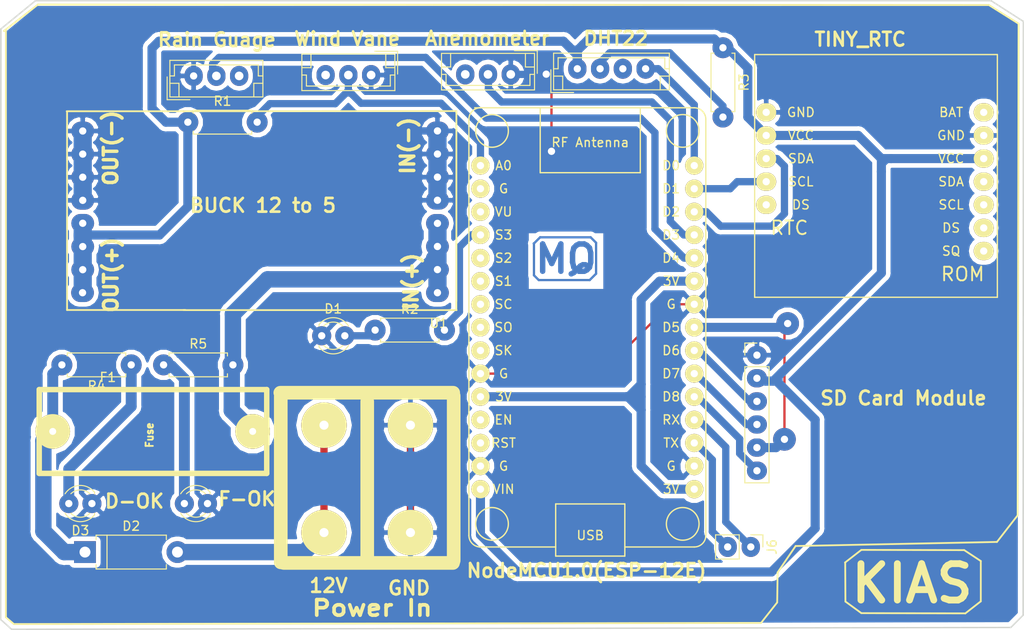
<source format=kicad_pcb>
(kicad_pcb (version 20171130) (host pcbnew "(5.0.2)-1")

  (general
    (thickness 1.6)
    (drawings 45)
    (tracks 206)
    (zones 0)
    (modules 20)
    (nets 43)
  )

  (page A4)
  (layers
    (0 F.Cu signal)
    (31 B.Cu signal)
    (32 B.Adhes user)
    (33 F.Adhes user)
    (34 B.Paste user)
    (35 F.Paste user)
    (36 B.SilkS user)
    (37 F.SilkS user)
    (38 B.Mask user)
    (39 F.Mask user)
    (40 Dwgs.User user)
    (41 Cmts.User user)
    (42 Eco1.User user)
    (43 Eco2.User user)
    (44 Edge.Cuts user)
    (45 Margin user)
    (46 B.CrtYd user)
    (47 F.CrtYd user)
    (48 B.Fab user)
    (49 F.Fab user)
  )

  (setup
    (last_trace_width 0.25)
    (user_trace_width 0.8)
    (user_trace_width 1)
    (user_trace_width 1.2)
    (user_trace_width 1.4)
    (user_trace_width 1.8)
    (user_trace_width 2)
    (user_trace_width 2.4)
    (user_trace_width 2.8)
    (trace_clearance 0.2)
    (zone_clearance 0.508)
    (zone_45_only no)
    (trace_min 0.2)
    (segment_width 0.2)
    (edge_width 0.15)
    (via_size 0.8)
    (via_drill 0.4)
    (via_min_size 0.4)
    (via_min_drill 0.3)
    (user_via 1 0.8)
    (user_via 2 0.8)
    (user_via 2.2 0.8)
    (user_via 2.5 0.8)
    (user_via 3 0.8)
    (user_via 3.5 0.8)
    (uvia_size 0.3)
    (uvia_drill 0.1)
    (uvias_allowed no)
    (uvia_min_size 0.2)
    (uvia_min_drill 0.1)
    (pcb_text_width 0.3)
    (pcb_text_size 1.5 1.5)
    (mod_edge_width 0.15)
    (mod_text_size 1 1)
    (mod_text_width 0.15)
    (pad_size 2 2.2)
    (pad_drill 0.8)
    (pad_to_mask_clearance 0.051)
    (solder_mask_min_width 0.25)
    (aux_axis_origin 0 0)
    (visible_elements 7FFFFFFF)
    (pcbplotparams
      (layerselection 0x010fc_ffffffff)
      (usegerberextensions false)
      (usegerberattributes false)
      (usegerberadvancedattributes false)
      (creategerberjobfile false)
      (excludeedgelayer true)
      (linewidth 0.100000)
      (plotframeref false)
      (viasonmask false)
      (mode 1)
      (useauxorigin false)
      (hpglpennumber 1)
      (hpglpenspeed 20)
      (hpglpendiameter 15.000000)
      (psnegative false)
      (psa4output false)
      (plotreference true)
      (plotvalue true)
      (plotinvisibletext false)
      (padsonsilk false)
      (subtractmaskfromsilk false)
      (outputformat 1)
      (mirror false)
      (drillshape 1)
      (scaleselection 1)
      (outputdirectory ""))
  )

  (net 0 "")
  (net 1 GND)
  (net 2 "Net-(D1-Pad2)")
  (net 3 "Net-(D2-Pad1)")
  (net 4 /12V)
  (net 5 "Net-(D3-Pad2)")
  (net 6 "Net-(D4-Pad2)")
  (net 7 "Net-(F1-Pad1)")
  (net 8 /A0)
  (net 9 "Net-(J1-Pad3)")
  (net 10 "Net-(J2-Pad3)")
  (net 11 "/D3(GPIO0)")
  (net 12 /BAT)
  (net 13 "/D2(GPIO4|SDA)")
  (net 14 "/D1(GPIO5|SCL)")
  (net 15 /DS1)
  (net 16 /SQ)
  (net 17 /SCL2)
  (net 18 /DS2)
  (net 19 /SDA2)
  (net 20 "/Vin(5V)")
  (net 21 "/D4(GPIO2|TX1)")
  (net 22 "Net-(J4-Pad3)")
  (net 23 "/D9(GPIO3|RX0)")
  (net 24 "/D10(GPIO1|TX0)")
  (net 25 "/D7(GPIO13|RX2|MOSI)")
  (net 26 "/D6(GPIO12|HMISO)")
  (net 27 "/D5(GPIO14|HSCLK)")
  (net 28 "/D8(GPIO15|TX2|HCS)")
  (net 29 "Net-(J8-Pad2)")
  (net 30 "Net-(J8-Pad3)")
  (net 31 "/D0(GPIO16)")
  (net 32 "/SD3(GPIO10)")
  (net 33 /RSV1)
  (net 34 /RSV2)
  (net 35 "/SD2(GPIO9)")
  (net 36 "/SD1(MOSI)")
  (net 37 "/CMD(CS)")
  (net 38 "/SD0(MISO)")
  (net 39 "/CLK(SCLK)")
  (net 40 /3V3)
  (net 41 /EN)
  (net 42 /RST)

  (net_class Default "This is the default net class."
    (clearance 0.2)
    (trace_width 0.25)
    (via_dia 0.8)
    (via_drill 0.4)
    (uvia_dia 0.3)
    (uvia_drill 0.1)
    (add_net /12V)
    (add_net /3V3)
    (add_net /A0)
    (add_net /BAT)
    (add_net "/CLK(SCLK)")
    (add_net "/CMD(CS)")
    (add_net "/D0(GPIO16)")
    (add_net "/D1(GPIO5|SCL)")
    (add_net "/D10(GPIO1|TX0)")
    (add_net "/D2(GPIO4|SDA)")
    (add_net "/D3(GPIO0)")
    (add_net "/D4(GPIO2|TX1)")
    (add_net "/D5(GPIO14|HSCLK)")
    (add_net "/D6(GPIO12|HMISO)")
    (add_net "/D7(GPIO13|RX2|MOSI)")
    (add_net "/D8(GPIO15|TX2|HCS)")
    (add_net "/D9(GPIO3|RX0)")
    (add_net /DS1)
    (add_net /DS2)
    (add_net /EN)
    (add_net /RST)
    (add_net /RSV1)
    (add_net /RSV2)
    (add_net /SCL2)
    (add_net "/SD0(MISO)")
    (add_net "/SD1(MOSI)")
    (add_net "/SD2(GPIO9)")
    (add_net "/SD3(GPIO10)")
    (add_net /SDA2)
    (add_net /SQ)
    (add_net "/Vin(5V)")
    (add_net GND)
    (add_net "Net-(D1-Pad2)")
    (add_net "Net-(D2-Pad1)")
    (add_net "Net-(D3-Pad2)")
    (add_net "Net-(D4-Pad2)")
    (add_net "Net-(F1-Pad1)")
    (add_net "Net-(J1-Pad3)")
    (add_net "Net-(J2-Pad3)")
    (add_net "Net-(J4-Pad3)")
    (add_net "Net-(J8-Pad2)")
    (add_net "Net-(J8-Pad3)")
  )

  (module modFiles:LED_D3.0mm (layer F.Cu) (tedit 5ADE11EB) (tstamp 61163719)
    (at 114.15 96.37)
    (descr "LED, diameter 3.0mm, 2 pins")
    (tags "LED diameter 3.0mm 2 pins")
    (path /60EE1D70)
    (fp_text reference D1 (at 1.27 -2.96) (layer F.SilkS)
      (effects (font (size 1 1) (thickness 0.15)))
    )
    (fp_text value LED (at 1.27 2.96) (layer F.Fab)
      (effects (font (size 1 1) (thickness 0.15)))
    )
    (fp_arc (start 1.27 0) (end -0.23 -1.16619) (angle 284.3) (layer F.Fab) (width 0.1))
    (fp_arc (start 1.27 0) (end -0.29 -1.235516) (angle 108.8) (layer F.SilkS) (width 0.12))
    (fp_arc (start 1.27 0) (end -0.29 1.235516) (angle -108.8) (layer F.SilkS) (width 0.12))
    (fp_arc (start 1.27 0) (end 0.229039 -1.08) (angle 87.9) (layer F.SilkS) (width 0.12))
    (fp_arc (start 1.27 0) (end 0.229039 1.08) (angle -87.9) (layer F.SilkS) (width 0.12))
    (fp_circle (center 1.27 0) (end 2.77 0) (layer F.Fab) (width 0.1))
    (fp_line (start -0.23 -1.16619) (end -0.23 1.16619) (layer F.Fab) (width 0.1))
    (fp_line (start -0.29 -1.236) (end -0.29 -1.08) (layer F.SilkS) (width 0.12))
    (fp_line (start -0.29 1.08) (end -0.29 1.236) (layer F.SilkS) (width 0.12))
    (fp_line (start -1.15 -2.25) (end -1.15 2.25) (layer F.CrtYd) (width 0.05))
    (fp_line (start -1.15 2.25) (end 3.7 2.25) (layer F.CrtYd) (width 0.05))
    (fp_line (start 3.7 2.25) (end 3.7 -2.25) (layer F.CrtYd) (width 0.05))
    (fp_line (start 3.7 -2.25) (end -1.15 -2.25) (layer F.CrtYd) (width 0.05))
    (pad 1 thru_hole circle (at 0 0) (size 2.1 2.1) (drill 0.8) (layers *.Cu *.Mask)
      (net 1 GND))
    (pad 2 thru_hole circle (at 2.54 0) (size 2.1 2.1) (drill 0.8) (layers *.Cu *.Mask)
      (net 2 "Net-(D1-Pad2)"))
    (model _3D/Used/led_3mm_red.wrl
      (offset (xyz 1.269999980926514 0 0))
      (scale (xyz 1 1 1))
      (rotate (xyz 0 0 90))
    )
  )

  (module modFiles:Diode_Small (layer F.Cu) (tedit 5877C982) (tstamp 61163731)
    (at 88.138 120.142)
    (descr "D, DO-15 series, Axial, Horizontal, pin pitch=10.16mm, , length*diameter=7.6*3.6mm^2, , http://www.diodes.com/_files/packages/DO-15.pdf")
    (tags "D DO-15 series Axial Horizontal pin pitch 10.16mm  length 7.6mm diameter 3.6mm")
    (path /60EDEFC0)
    (fp_text reference D2 (at 5.08 -2.86) (layer F.SilkS)
      (effects (font (size 1 1) (thickness 0.15)))
    )
    (fp_text value D (at 5.08 2.86) (layer F.Fab)
      (effects (font (size 1 1) (thickness 0.15)))
    )
    (fp_line (start 1.28 -1.8) (end 1.28 1.8) (layer F.Fab) (width 0.1))
    (fp_line (start 1.28 1.8) (end 8.88 1.8) (layer F.Fab) (width 0.1))
    (fp_line (start 8.88 1.8) (end 8.88 -1.8) (layer F.Fab) (width 0.1))
    (fp_line (start 8.88 -1.8) (end 1.28 -1.8) (layer F.Fab) (width 0.1))
    (fp_line (start 0 0) (end 1.28 0) (layer F.Fab) (width 0.1))
    (fp_line (start 10.16 0) (end 8.88 0) (layer F.Fab) (width 0.1))
    (fp_line (start 2.42 -1.8) (end 2.42 1.8) (layer F.Fab) (width 0.1))
    (fp_line (start 1.22 -1.38) (end 1.22 -1.86) (layer F.SilkS) (width 0.12))
    (fp_line (start 1.22 -1.86) (end 8.94 -1.86) (layer F.SilkS) (width 0.12))
    (fp_line (start 8.94 -1.86) (end 8.94 -1.38) (layer F.SilkS) (width 0.12))
    (fp_line (start 1.22 1.38) (end 1.22 1.86) (layer F.SilkS) (width 0.12))
    (fp_line (start 1.22 1.86) (end 8.94 1.86) (layer F.SilkS) (width 0.12))
    (fp_line (start 8.94 1.86) (end 8.94 1.38) (layer F.SilkS) (width 0.12))
    (fp_line (start 2.42 -1.86) (end 2.42 1.86) (layer F.SilkS) (width 0.12))
    (fp_line (start -1.45 -2.15) (end -1.45 2.15) (layer F.CrtYd) (width 0.05))
    (fp_line (start -1.45 2.15) (end 11.65 2.15) (layer F.CrtYd) (width 0.05))
    (fp_line (start 11.65 2.15) (end 11.65 -2.15) (layer F.CrtYd) (width 0.05))
    (fp_line (start 11.65 -2.15) (end -1.45 -2.15) (layer F.CrtYd) (width 0.05))
    (pad 1 thru_hole rect (at 0 0) (size 2.4 2.4) (drill 1.2) (layers *.Cu *.Mask)
      (net 3 "Net-(D2-Pad1)"))
    (pad 2 thru_hole oval (at 10.16 0) (size 2.4 2.4) (drill 1.2) (layers *.Cu *.Mask)
      (net 4 /12V))
    (model _3D/Used/D_DO-15_P10.16mm_Horizontal.wrl
      (at (xyz 0 0 0))
      (scale (xyz 0.4 0.4 0.4))
      (rotate (xyz 0 0 0))
    )
  )

  (module modFiles:LED_D3.0mm (layer F.Cu) (tedit 5ADE11EB) (tstamp 61163744)
    (at 88.9 114.808 180)
    (descr "LED, diameter 3.0mm, 2 pins")
    (tags "LED diameter 3.0mm 2 pins")
    (path /60EE0029)
    (fp_text reference D3 (at 1.27 -2.96 180) (layer F.SilkS)
      (effects (font (size 1 1) (thickness 0.15)))
    )
    (fp_text value LED (at 1.27 2.96 180) (layer F.Fab)
      (effects (font (size 1 1) (thickness 0.15)))
    )
    (fp_arc (start 1.27 0) (end -0.23 -1.16619) (angle 284.3) (layer F.Fab) (width 0.1))
    (fp_arc (start 1.27 0) (end -0.29 -1.235516) (angle 108.8) (layer F.SilkS) (width 0.12))
    (fp_arc (start 1.27 0) (end -0.29 1.235516) (angle -108.8) (layer F.SilkS) (width 0.12))
    (fp_arc (start 1.27 0) (end 0.229039 -1.08) (angle 87.9) (layer F.SilkS) (width 0.12))
    (fp_arc (start 1.27 0) (end 0.229039 1.08) (angle -87.9) (layer F.SilkS) (width 0.12))
    (fp_circle (center 1.27 0) (end 2.77 0) (layer F.Fab) (width 0.1))
    (fp_line (start -0.23 -1.16619) (end -0.23 1.16619) (layer F.Fab) (width 0.1))
    (fp_line (start -0.29 -1.236) (end -0.29 -1.08) (layer F.SilkS) (width 0.12))
    (fp_line (start -0.29 1.08) (end -0.29 1.236) (layer F.SilkS) (width 0.12))
    (fp_line (start -1.15 -2.25) (end -1.15 2.25) (layer F.CrtYd) (width 0.05))
    (fp_line (start -1.15 2.25) (end 3.7 2.25) (layer F.CrtYd) (width 0.05))
    (fp_line (start 3.7 2.25) (end 3.7 -2.25) (layer F.CrtYd) (width 0.05))
    (fp_line (start 3.7 -2.25) (end -1.15 -2.25) (layer F.CrtYd) (width 0.05))
    (pad 1 thru_hole circle (at 0 0 180) (size 2.1 2.1) (drill 0.8) (layers *.Cu *.Mask)
      (net 1 GND))
    (pad 2 thru_hole circle (at 2.54 0 180) (size 2.1 2.1) (drill 0.8) (layers *.Cu *.Mask)
      (net 5 "Net-(D3-Pad2)"))
    (model _3D/Used/led_3mm_red.wrl
      (offset (xyz 1.269999980926514 0 0))
      (scale (xyz 1 1 1))
      (rotate (xyz 0 0 90))
    )
  )

  (module modFiles:LED_D3.0mm (layer F.Cu) (tedit 60F110E0) (tstamp 61163757)
    (at 101.6 114.808 180)
    (descr "LED, diameter 3.0mm, 2 pins")
    (tags "LED diameter 3.0mm 2 pins")
    (path /60EE10FB)
    (fp_text reference "" (at 1.27 -2.96 180) (layer F.SilkS)
      (effects (font (size 1 1) (thickness 0.15)))
    )
    (fp_text value "" (at 1.27 2.96 180) (layer F.Fab)
      (effects (font (size 1 1) (thickness 0.15)))
    )
    (fp_line (start 3.7 -2.25) (end -1.15 -2.25) (layer F.CrtYd) (width 0.05))
    (fp_line (start 3.7 2.25) (end 3.7 -2.25) (layer F.CrtYd) (width 0.05))
    (fp_line (start -1.15 2.25) (end 3.7 2.25) (layer F.CrtYd) (width 0.05))
    (fp_line (start -1.15 -2.25) (end -1.15 2.25) (layer F.CrtYd) (width 0.05))
    (fp_line (start -0.29 1.08) (end -0.29 1.236) (layer F.SilkS) (width 0.12))
    (fp_line (start -0.29 -1.236) (end -0.29 -1.08) (layer F.SilkS) (width 0.12))
    (fp_line (start -0.23 -1.16619) (end -0.23 1.16619) (layer F.Fab) (width 0.1))
    (fp_circle (center 1.27 0) (end 2.77 0) (layer F.Fab) (width 0.1))
    (fp_arc (start 1.27 0) (end 0.229039 1.08) (angle -87.9) (layer F.SilkS) (width 0.12))
    (fp_arc (start 1.27 0) (end 0.229039 -1.08) (angle 87.9) (layer F.SilkS) (width 0.12))
    (fp_arc (start 1.27 0) (end -0.29 1.235516) (angle -108.8) (layer F.SilkS) (width 0.12))
    (fp_arc (start 1.27 0) (end -0.29 -1.235516) (angle 108.8) (layer F.SilkS) (width 0.12))
    (fp_arc (start 1.27 0) (end -0.23 -1.16619) (angle 284.3) (layer F.Fab) (width 0.1))
    (pad 2 thru_hole circle (at 2.54 0 180) (size 2.1 2.1) (drill 0.8) (layers *.Cu *.Mask)
      (net 6 "Net-(D4-Pad2)"))
    (pad 1 thru_hole circle (at 0 0 180) (size 2.1 2.1) (drill 0.8) (layers *.Cu *.Mask)
      (net 1 GND))
    (model _3D/Used/led_3mm_red.wrl
      (offset (xyz 1.269999980926514 0 0))
      (scale (xyz 1 1 1))
      (rotate (xyz 0 0 90))
    )
  )

  (module modFiles:Fuse_Holder (layer F.Cu) (tedit 5ADE0D9F) (tstamp 61163761)
    (at 95.39 107.39)
    (path /60EDEAF4)
    (fp_text reference F1 (at -4.7371 -6.4516) (layer F.SilkS)
      (effects (font (size 1 1) (thickness 0.15)))
    )
    (fp_text value Fuse (at -0.154 -0.098 90) (layer F.SilkS)
      (effects (font (size 0.8 0.8) (thickness 0.2)))
    )
    (fp_line (start -12.2809 -5.1054) (end 12.7191 -5.1054) (layer F.SilkS) (width 0.6))
    (fp_line (start 12.7191 -5.1054) (end 12.7191 4.1046) (layer F.SilkS) (width 0.6))
    (fp_line (start 12.7191 4.1046) (end -12.2809 4.1046) (layer F.SilkS) (width 0.6))
    (fp_line (start -12.2809 4.1046) (end -12.2809 -5.1054) (layer F.SilkS) (width 0.6))
    (pad 1 thru_hole circle (at 11.176 -0.508 90) (size 3.81 3.81) (drill 0.762) (layers *.Cu *.Mask F.SilkS)
      (net 7 "Net-(F1-Pad1)"))
    (pad 2 thru_hole circle (at -10.795 -0.508 90) (size 3.81 3.81) (drill 0.762) (layers *.Cu *.Mask F.SilkS)
      (net 3 "Net-(D2-Pad1)"))
    (model _3D/Used/fuse_cq-200c.wrl
      (offset (xyz 0 0.5079999923706054 0))
      (scale (xyz 1 1 1))
      (rotate (xyz 0 0 90))
    )
  )

  (module Connector_JST:JST_EH_B03B-EH-A_1x03_P2.50mm_Vertical (layer F.Cu) (tedit 60F119AD) (tstamp 61163782)
    (at 119.58 67.72 180)
    (descr "JST EH series connector, B03B-EH-A (http://www.jst-mfg.com/product/pdf/eng/eEH.pdf), generated with kicad-footprint-generator")
    (tags "connector JST EH side entry")
    (path /60EDC657)
    (fp_text reference "" (at 2.5 -2.8 180) (layer F.SilkS)
      (effects (font (size 1 1) (thickness 0.15)))
    )
    (fp_text value "" (at 2.5 3.4 180) (layer F.Fab)
      (effects (font (size 1 1) (thickness 0.15)))
    )
    (fp_line (start -2.5 -1.6) (end -2.5 2.2) (layer F.Fab) (width 0.1))
    (fp_line (start -2.5 2.2) (end 7.5 2.2) (layer F.Fab) (width 0.1))
    (fp_line (start 7.5 2.2) (end 7.5 -1.6) (layer F.Fab) (width 0.1))
    (fp_line (start 7.5 -1.6) (end -2.5 -1.6) (layer F.Fab) (width 0.1))
    (fp_line (start -3 -2.1) (end -3 2.7) (layer F.CrtYd) (width 0.05))
    (fp_line (start -3 2.7) (end 8 2.7) (layer F.CrtYd) (width 0.05))
    (fp_line (start 8 2.7) (end 8 -2.1) (layer F.CrtYd) (width 0.05))
    (fp_line (start 8 -2.1) (end -3 -2.1) (layer F.CrtYd) (width 0.05))
    (fp_line (start -2.61 -1.71) (end -2.61 2.31) (layer F.SilkS) (width 0.12))
    (fp_line (start -2.61 2.31) (end 7.61 2.31) (layer F.SilkS) (width 0.12))
    (fp_line (start 7.61 2.31) (end 7.61 -1.71) (layer F.SilkS) (width 0.12))
    (fp_line (start 7.61 -1.71) (end -2.61 -1.71) (layer F.SilkS) (width 0.12))
    (fp_line (start -2.61 0) (end -2.11 0) (layer F.SilkS) (width 0.12))
    (fp_line (start -2.11 0) (end -2.11 -1.21) (layer F.SilkS) (width 0.12))
    (fp_line (start -2.11 -1.21) (end 7.11 -1.21) (layer F.SilkS) (width 0.12))
    (fp_line (start 7.11 -1.21) (end 7.11 0) (layer F.SilkS) (width 0.12))
    (fp_line (start 7.11 0) (end 7.61 0) (layer F.SilkS) (width 0.12))
    (fp_line (start -2.61 0.81) (end -1.61 0.81) (layer F.SilkS) (width 0.12))
    (fp_line (start -1.61 0.81) (end -1.61 2.31) (layer F.SilkS) (width 0.12))
    (fp_line (start 7.61 0.81) (end 6.61 0.81) (layer F.SilkS) (width 0.12))
    (fp_line (start 6.61 0.81) (end 6.61 2.31) (layer F.SilkS) (width 0.12))
    (fp_line (start -2.91 0.11) (end -2.91 2.61) (layer F.SilkS) (width 0.12))
    (fp_line (start -2.91 2.61) (end -0.41 2.61) (layer F.SilkS) (width 0.12))
    (fp_line (start -2.91 0.11) (end -2.91 2.61) (layer F.Fab) (width 0.1))
    (fp_line (start -2.91 2.61) (end -0.41 2.61) (layer F.Fab) (width 0.1))
    (fp_text user %R (at 2.5 1.5 180) (layer F.Fab)
      (effects (font (size 1 1) (thickness 0.15)))
    )
    (pad 1 thru_hole oval (at 0 0 180) (size 2 2.2) (drill 0.95) (layers *.Cu *.Mask)
      (net 1 GND))
    (pad 2 thru_hole oval (at 2.5 0 180) (size 2 2.2) (drill 0.95) (layers *.Cu *.Mask)
      (net 8 /A0))
    (pad 3 thru_hole oval (at 5 0 180) (size 2 2.2) (drill 0.95) (layers *.Cu *.Mask)
      (net 9 "Net-(J1-Pad3)"))
    (model ${KISYS3DMOD}/Connector_JST.3dshapes/JST_EH_B03B-EH-A_1x03_P2.50mm_Vertical.wrl
      (at (xyz 0 0 0))
      (scale (xyz 1 1 1))
      (rotate (xyz 0 0 0))
    )
  )

  (module Connector_JST:JST_EH_B03B-EH-A_1x03_P2.50mm_Vertical (layer F.Cu) (tedit 60F1199B) (tstamp 611637A3)
    (at 134.925 67.65 180)
    (descr "JST EH series connector, B03B-EH-A (http://www.jst-mfg.com/product/pdf/eng/eEH.pdf), generated with kicad-footprint-generator")
    (tags "connector JST EH side entry")
    (path /60EDCA9A)
    (fp_text reference "" (at 2.5 -2.8 180) (layer F.SilkS)
      (effects (font (size 1 1) (thickness 0.15)))
    )
    (fp_text value "" (at 2.5 3.4 180) (layer F.Fab)
      (effects (font (size 1 1) (thickness 0.15)))
    )
    (fp_line (start -2.5 -1.6) (end -2.5 2.2) (layer F.Fab) (width 0.1))
    (fp_line (start -2.5 2.2) (end 7.5 2.2) (layer F.Fab) (width 0.1))
    (fp_line (start 7.5 2.2) (end 7.5 -1.6) (layer F.Fab) (width 0.1))
    (fp_line (start 7.5 -1.6) (end -2.5 -1.6) (layer F.Fab) (width 0.1))
    (fp_line (start -3 -2.1) (end -3 2.7) (layer F.CrtYd) (width 0.05))
    (fp_line (start -3 2.7) (end 8 2.7) (layer F.CrtYd) (width 0.05))
    (fp_line (start 8 2.7) (end 8 -2.1) (layer F.CrtYd) (width 0.05))
    (fp_line (start 8 -2.1) (end -3 -2.1) (layer F.CrtYd) (width 0.05))
    (fp_line (start -2.61 -1.71) (end -2.61 2.31) (layer F.SilkS) (width 0.12))
    (fp_line (start -2.61 2.31) (end 7.61 2.31) (layer F.SilkS) (width 0.12))
    (fp_line (start 7.61 2.31) (end 7.61 -1.71) (layer F.SilkS) (width 0.12))
    (fp_line (start 7.61 -1.71) (end -2.61 -1.71) (layer F.SilkS) (width 0.12))
    (fp_line (start -2.61 0) (end -2.11 0) (layer F.SilkS) (width 0.12))
    (fp_line (start -2.11 0) (end -2.11 -1.21) (layer F.SilkS) (width 0.12))
    (fp_line (start -2.11 -1.21) (end 7.11 -1.21) (layer F.SilkS) (width 0.12))
    (fp_line (start 7.11 -1.21) (end 7.11 0) (layer F.SilkS) (width 0.12))
    (fp_line (start 7.11 0) (end 7.61 0) (layer F.SilkS) (width 0.12))
    (fp_line (start -2.61 0.81) (end -1.61 0.81) (layer F.SilkS) (width 0.12))
    (fp_line (start -1.61 0.81) (end -1.61 2.31) (layer F.SilkS) (width 0.12))
    (fp_line (start 7.61 0.81) (end 6.61 0.81) (layer F.SilkS) (width 0.12))
    (fp_line (start 6.61 0.81) (end 6.61 2.31) (layer F.SilkS) (width 0.12))
    (fp_line (start -2.91 0.11) (end -2.91 2.61) (layer F.SilkS) (width 0.12))
    (fp_line (start -2.91 2.61) (end -0.41 2.61) (layer F.SilkS) (width 0.12))
    (fp_line (start -2.91 0.11) (end -2.91 2.61) (layer F.Fab) (width 0.1))
    (fp_line (start -2.91 2.61) (end -0.41 2.61) (layer F.Fab) (width 0.1))
    (fp_text user %R (at 2.5 1.5 180) (layer F.Fab)
      (effects (font (size 1 1) (thickness 0.15)))
    )
    (pad 1 thru_hole oval (at 0 0 180) (size 2 2.2) (drill 0.95) (layers *.Cu *.Mask)
      (net 1 GND))
    (pad 2 thru_hole oval (at 2.5 0 180) (size 2 2.2) (drill 0.95) (layers *.Cu *.Mask)
      (net 11 "/D3(GPIO0)"))
    (pad 3 thru_hole oval (at 5 0 180) (size 2 2.2) (drill 0.95) (layers *.Cu *.Mask)
      (net 10 "Net-(J2-Pad3)"))
    (model ${KISYS3DMOD}/Connector_JST.3dshapes/JST_EH_B03B-EH-A_1x03_P2.50mm_Vertical.wrl
      (at (xyz 0 0 0))
      (scale (xyz 1 1 1))
      (rotate (xyz 0 0 0))
    )
  )

  (module tiny_rtc:Tiny_RTC_DS1307 (layer F.Cu) (tedit 60F11951) (tstamp 611637C5)
    (at 174.425 76.9 180)
    (path /60EDC027)
    (fp_text reference "" (at 0 8.89 180) (layer F.SilkS)
      (effects (font (size 1.5 1.5) (thickness 0.15)))
    )
    (fp_text value "" (at 0 -16.51 180) (layer F.SilkS) hide
      (effects (font (size 1.5 1.5) (thickness 0.15)))
    )
    (fp_text user ROM (at -10.16 -12.7 180) (layer F.SilkS)
      (effects (font (size 1.5 1.5) (thickness 0.2)))
    )
    (fp_text user RTC (at 8.89 -7.62 180) (layer F.SilkS)
      (effects (font (size 1.5 1.5) (thickness 0.2)))
    )
    (fp_text user DS (at -8.89 -7.62 180) (layer F.SilkS)
      (effects (font (size 1 1) (thickness 0.15)))
    )
    (fp_text user SQ (at -8.89 -10.16 180) (layer F.SilkS)
      (effects (font (size 1 1) (thickness 0.15)))
    )
    (fp_text user SCL (at -8.89 -5.08 180) (layer F.SilkS)
      (effects (font (size 1 1) (thickness 0.15)))
    )
    (fp_text user SDA (at -8.89 -2.54 180) (layer F.SilkS)
      (effects (font (size 1 1) (thickness 0.15)))
    )
    (fp_text user VCC (at -8.89 0 180) (layer F.SilkS)
      (effects (font (size 1 1) (thickness 0.15)))
    )
    (fp_text user BAT (at -8.89 5.08 180) (layer F.SilkS)
      (effects (font (size 1 1) (thickness 0.15)))
    )
    (fp_text user GND (at -8.89 2.54 180) (layer F.SilkS)
      (effects (font (size 1 1) (thickness 0.15)))
    )
    (fp_text user VCC (at 7.62 2.54 180) (layer F.SilkS)
      (effects (font (size 1 1) (thickness 0.15)))
    )
    (fp_text user GND (at 7.62 5.08 180) (layer F.SilkS)
      (effects (font (size 1 1) (thickness 0.15)))
    )
    (fp_text user SDA (at 7.62 0 180) (layer F.SilkS)
      (effects (font (size 1 1) (thickness 0.15)))
    )
    (fp_text user SCL (at 7.62 -2.54 180) (layer F.SilkS)
      (effects (font (size 1 1) (thickness 0.15)))
    )
    (fp_text user DS (at 7.62 -5.08 180) (layer F.SilkS)
      (effects (font (size 1 1) (thickness 0.15)))
    )
    (fp_line (start 12.7 11.43) (end -13.97 11.43) (layer F.SilkS) (width 0.15))
    (fp_line (start -13.97 11.43) (end -13.97 -15.24) (layer F.SilkS) (width 0.15))
    (fp_line (start -13.97 -15.24) (end 12.7 -15.24) (layer F.SilkS) (width 0.15))
    (fp_line (start 12.7 -15.24) (end 12.7 11.43) (layer F.SilkS) (width 0.15))
    (pad 5 thru_hole oval (at -12.47 -5.08 180) (size 2.2 2) (drill 0.8) (layers *.Cu *.Mask F.SilkS)
      (net 17 /SCL2))
    (pad 6 thru_hole oval (at -12.47 -7.62 180) (size 2.2 2) (drill 0.8) (layers *.Cu *.Mask F.SilkS)
      (net 18 /DS2))
    (pad 7 thru_hole oval (at -12.47 -10.16 180) (size 2.2 2) (drill 0.8) (layers *.Cu *.Mask F.SilkS)
      (net 16 /SQ))
    (pad 3 thru_hole oval (at -12.47 0 180) (size 2.2 2) (drill 0.8) (layers *.Cu *.Mask F.SilkS)
      (net 20 "/Vin(5V)"))
    (pad 4 thru_hole oval (at -12.47 -2.54 180) (size 2.2 2) (drill 0.8) (layers *.Cu *.Mask F.SilkS)
      (net 19 /SDA2))
    (pad 2 thru_hole oval (at -12.47 2.54 180) (size 2.2 2) (drill 0.8) (layers *.Cu *.Mask F.SilkS)
      (net 1 GND))
    (pad 1 thru_hole oval (at -12.47 5.08 180) (size 2.2 2) (drill 0.8) (layers *.Cu *.Mask F.SilkS)
      (net 12 /BAT))
    (pad 12 thru_hole oval (at 11.43 -5.08 180) (size 2.2 2) (drill 0.8) (layers *.Cu *.Mask F.SilkS)
      (net 15 /DS1))
    (pad 10 thru_hole oval (at 11.43 0 180) (size 2.2 2) (drill 0.8) (layers *.Cu *.Mask F.SilkS)
      (net 13 "/D2(GPIO4|SDA)"))
    (pad 11 thru_hole oval (at 11.43 -2.54 180) (size 2.2 2) (drill 0.8) (layers *.Cu *.Mask F.SilkS)
      (net 14 "/D1(GPIO5|SCL)"))
    (pad 9 thru_hole oval (at 11.43 2.54 180) (size 2.2 2) (drill 0.8) (layers *.Cu *.Mask F.SilkS)
      (net 20 "/Vin(5V)"))
    (pad 8 thru_hole oval (at 11.43 5.08 180) (size 2.2 2) (drill 0.8) (layers *.Cu *.Mask F.SilkS)
      (net 1 GND))
  )

  (module Connector_JST:JST_EH_B03B-EH-A_1x03_P2.50mm_Vertical (layer F.Cu) (tedit 60F119C8) (tstamp 611637E6)
    (at 100.076 67.818)
    (descr "JST EH series connector, B03B-EH-A (http://www.jst-mfg.com/product/pdf/eng/eEH.pdf), generated with kicad-footprint-generator")
    (tags "connector JST EH side entry")
    (path /60EDD0CA)
    (fp_text reference "" (at 2.5 -2.8) (layer F.SilkS)
      (effects (font (size 1 1) (thickness 0.15)))
    )
    (fp_text value "" (at 2.5 3.4) (layer F.Fab)
      (effects (font (size 1 1) (thickness 0.15)))
    )
    (fp_line (start -2.5 -1.6) (end -2.5 2.2) (layer F.Fab) (width 0.1))
    (fp_line (start -2.5 2.2) (end 7.5 2.2) (layer F.Fab) (width 0.1))
    (fp_line (start 7.5 2.2) (end 7.5 -1.6) (layer F.Fab) (width 0.1))
    (fp_line (start 7.5 -1.6) (end -2.5 -1.6) (layer F.Fab) (width 0.1))
    (fp_line (start -3 -2.1) (end -3 2.7) (layer F.CrtYd) (width 0.05))
    (fp_line (start -3 2.7) (end 8 2.7) (layer F.CrtYd) (width 0.05))
    (fp_line (start 8 2.7) (end 8 -2.1) (layer F.CrtYd) (width 0.05))
    (fp_line (start 8 -2.1) (end -3 -2.1) (layer F.CrtYd) (width 0.05))
    (fp_line (start -2.61 -1.71) (end -2.61 2.31) (layer F.SilkS) (width 0.12))
    (fp_line (start -2.61 2.31) (end 7.61 2.31) (layer F.SilkS) (width 0.12))
    (fp_line (start 7.61 2.31) (end 7.61 -1.71) (layer F.SilkS) (width 0.12))
    (fp_line (start 7.61 -1.71) (end -2.61 -1.71) (layer F.SilkS) (width 0.12))
    (fp_line (start -2.61 0) (end -2.11 0) (layer F.SilkS) (width 0.12))
    (fp_line (start -2.11 0) (end -2.11 -1.21) (layer F.SilkS) (width 0.12))
    (fp_line (start -2.11 -1.21) (end 7.11 -1.21) (layer F.SilkS) (width 0.12))
    (fp_line (start 7.11 -1.21) (end 7.11 0) (layer F.SilkS) (width 0.12))
    (fp_line (start 7.11 0) (end 7.61 0) (layer F.SilkS) (width 0.12))
    (fp_line (start -2.61 0.81) (end -1.61 0.81) (layer F.SilkS) (width 0.12))
    (fp_line (start -1.61 0.81) (end -1.61 2.31) (layer F.SilkS) (width 0.12))
    (fp_line (start 7.61 0.81) (end 6.61 0.81) (layer F.SilkS) (width 0.12))
    (fp_line (start 6.61 0.81) (end 6.61 2.31) (layer F.SilkS) (width 0.12))
    (fp_line (start -2.91 0.11) (end -2.91 2.61) (layer F.SilkS) (width 0.12))
    (fp_line (start -2.91 2.61) (end -0.41 2.61) (layer F.SilkS) (width 0.12))
    (fp_line (start -2.91 0.11) (end -2.91 2.61) (layer F.Fab) (width 0.1))
    (fp_line (start -2.91 2.61) (end -0.41 2.61) (layer F.Fab) (width 0.1))
    (fp_text user %R (at 2.5 1.5) (layer F.Fab)
      (effects (font (size 1 1) (thickness 0.15)))
    )
    (pad 1 thru_hole oval (at 0 0) (size 2 2.2) (drill 0.8) (layers *.Cu *.Mask)
      (net 1 GND))
    (pad 2 thru_hole oval (at 2.5 0) (size 2 2.2) (drill 0.95) (layers *.Cu *.Mask)
      (net 21 "/D4(GPIO2|TX1)"))
    (pad 3 thru_hole oval (at 5 0) (size 2 2.2) (drill 0.95) (layers *.Cu *.Mask)
      (net 22 "Net-(J4-Pad3)"))
    (model ${KISYS3DMOD}/Connector_JST.3dshapes/JST_EH_B03B-EH-A_1x03_P2.50mm_Vertical.wrl
      (at (xyz 0 0 0))
      (scale (xyz 1 1 1))
      (rotate (xyz 0 0 0))
    )
  )

  (module Connector_PinHeader_2.54mm:PinHeader_1x02_P2.54mm_Vertical (layer F.Cu) (tedit 60F1178B) (tstamp 611637FC)
    (at 161.3 119.575 270)
    (descr "Through hole straight pin header, 1x02, 2.54mm pitch, single row")
    (tags "Through hole pin header THT 1x02 2.54mm single row")
    (path /60F079DD)
    (fp_text reference J6 (at 0 -2.33 270) (layer F.SilkS)
      (effects (font (size 1 1) (thickness 0.15)))
    )
    (fp_text value Conn_01x02_Female (at 0 4.87 270) (layer F.Fab)
      (effects (font (size 1 1) (thickness 0.15)))
    )
    (fp_line (start -0.635 -1.27) (end 1.27 -1.27) (layer F.Fab) (width 0.1))
    (fp_line (start 1.27 -1.27) (end 1.27 3.81) (layer F.Fab) (width 0.1))
    (fp_line (start 1.27 3.81) (end -1.27 3.81) (layer F.Fab) (width 0.1))
    (fp_line (start -1.27 3.81) (end -1.27 -0.635) (layer F.Fab) (width 0.1))
    (fp_line (start -1.27 -0.635) (end -0.635 -1.27) (layer F.Fab) (width 0.1))
    (fp_line (start -1.33 3.87) (end 1.33 3.87) (layer F.SilkS) (width 0.12))
    (fp_line (start -1.33 1.27) (end -1.33 3.87) (layer F.SilkS) (width 0.12))
    (fp_line (start 1.33 1.27) (end 1.33 3.87) (layer F.SilkS) (width 0.12))
    (fp_line (start -1.33 1.27) (end 1.33 1.27) (layer F.SilkS) (width 0.12))
    (fp_line (start -1.33 0) (end -1.33 -1.33) (layer F.SilkS) (width 0.12))
    (fp_line (start -1.33 -1.33) (end 0 -1.33) (layer F.SilkS) (width 0.12))
    (fp_line (start -1.8 -1.8) (end -1.8 4.35) (layer F.CrtYd) (width 0.05))
    (fp_line (start -1.8 4.35) (end 1.8 4.35) (layer F.CrtYd) (width 0.05))
    (fp_line (start 1.8 4.35) (end 1.8 -1.8) (layer F.CrtYd) (width 0.05))
    (fp_line (start 1.8 -1.8) (end -1.8 -1.8) (layer F.CrtYd) (width 0.05))
    (fp_text user %R (at 0 1.27) (layer F.Fab)
      (effects (font (size 1 1) (thickness 0.15)))
    )
    (pad 1 thru_hole oval (at 0 0 270) (size 2.2 2) (drill 0.8) (layers *.Cu *.Mask)
      (net 23 "/D9(GPIO3|RX0)"))
    (pad 2 thru_hole oval (at 0 2.54 270) (size 2.2 2) (drill 0.8) (layers *.Cu *.Mask)
      (net 24 "/D10(GPIO1|TX0)"))
    (model ${KISYS3DMOD}/Connector_PinHeader_2.54mm.3dshapes/PinHeader_1x02_P2.54mm_Vertical.wrl
      (at (xyz 0 0 0))
      (scale (xyz 1 1 1))
      (rotate (xyz 0 0 0))
    )
  )

  (module Connector_JST:JST_EH_B04B-EH-A_1x04_P2.50mm_Vertical (layer F.Cu) (tedit 60F11974) (tstamp 61163838)
    (at 142.24 67.03)
    (descr "JST EH series connector, B04B-EH-A (http://www.jst-mfg.com/product/pdf/eng/eEH.pdf), generated with kicad-footprint-generator")
    (tags "connector JST EH side entry")
    (path /60EDB3C8)
    (fp_text reference "" (at 3.75 -2.8) (layer F.SilkS)
      (effects (font (size 1 1) (thickness 0.15)))
    )
    (fp_text value "" (at 3.75 3.4) (layer F.Fab)
      (effects (font (size 1 1) (thickness 0.15)))
    )
    (fp_line (start -2.5 -1.6) (end -2.5 2.2) (layer F.Fab) (width 0.1))
    (fp_line (start -2.5 2.2) (end 10 2.2) (layer F.Fab) (width 0.1))
    (fp_line (start 10 2.2) (end 10 -1.6) (layer F.Fab) (width 0.1))
    (fp_line (start 10 -1.6) (end -2.5 -1.6) (layer F.Fab) (width 0.1))
    (fp_line (start -3 -2.1) (end -3 2.7) (layer F.CrtYd) (width 0.05))
    (fp_line (start -3 2.7) (end 10.5 2.7) (layer F.CrtYd) (width 0.05))
    (fp_line (start 10.5 2.7) (end 10.5 -2.1) (layer F.CrtYd) (width 0.05))
    (fp_line (start 10.5 -2.1) (end -3 -2.1) (layer F.CrtYd) (width 0.05))
    (fp_line (start -2.61 -1.71) (end -2.61 2.31) (layer F.SilkS) (width 0.12))
    (fp_line (start -2.61 2.31) (end 10.11 2.31) (layer F.SilkS) (width 0.12))
    (fp_line (start 10.11 2.31) (end 10.11 -1.71) (layer F.SilkS) (width 0.12))
    (fp_line (start 10.11 -1.71) (end -2.61 -1.71) (layer F.SilkS) (width 0.12))
    (fp_line (start -2.61 0) (end -2.11 0) (layer F.SilkS) (width 0.12))
    (fp_line (start -2.11 0) (end -2.11 -1.21) (layer F.SilkS) (width 0.12))
    (fp_line (start -2.11 -1.21) (end 9.61 -1.21) (layer F.SilkS) (width 0.12))
    (fp_line (start 9.61 -1.21) (end 9.61 0) (layer F.SilkS) (width 0.12))
    (fp_line (start 9.61 0) (end 10.11 0) (layer F.SilkS) (width 0.12))
    (fp_line (start -2.61 0.81) (end -1.61 0.81) (layer F.SilkS) (width 0.12))
    (fp_line (start -1.61 0.81) (end -1.61 2.31) (layer F.SilkS) (width 0.12))
    (fp_line (start 10.11 0.81) (end 9.11 0.81) (layer F.SilkS) (width 0.12))
    (fp_line (start 9.11 0.81) (end 9.11 2.31) (layer F.SilkS) (width 0.12))
    (fp_line (start -2.91 0.11) (end -2.91 2.61) (layer F.SilkS) (width 0.12))
    (fp_line (start -2.91 2.61) (end -0.41 2.61) (layer F.SilkS) (width 0.12))
    (fp_line (start -2.91 0.11) (end -2.91 2.61) (layer F.Fab) (width 0.1))
    (fp_line (start -2.91 2.61) (end -0.41 2.61) (layer F.Fab) (width 0.1))
    (fp_text user %R (at 3.75 1.5) (layer F.Fab)
      (effects (font (size 1 1) (thickness 0.15)))
    )
    (pad 1 thru_hole oval (at 0 0) (size 2 2.2) (drill 0.8) (layers *.Cu *.Mask)
      (net 20 "/Vin(5V)"))
    (pad 2 thru_hole oval (at 2.5 0) (size 2 2.2) (drill 0.8) (layers *.Cu *.Mask)
      (net 29 "Net-(J8-Pad2)"))
    (pad 3 thru_hole oval (at 5 0) (size 2 2.2) (drill 0.8) (layers *.Cu *.Mask)
      (net 30 "Net-(J8-Pad3)"))
    (pad 4 thru_hole oval (at 7.5 0) (size 2 2.2) (drill 0.8) (layers *.Cu *.Mask)
      (net 31 "/D0(GPIO16)"))
    (model ${KISYS3DMOD}/Connector_JST.3dshapes/JST_EH_B04B-EH-A_1x04_P2.50mm_Vertical.wrl
      (at (xyz 0 0 0))
      (scale (xyz 1 1 1))
      (rotate (xyz 0 0 0))
    )
  )

  (module modFiles:Solar_Connector (layer F.Cu) (tedit 60F1107C) (tstamp 61163845)
    (at 119.28 112.57 180)
    (path /60EDE94E)
    (fp_text reference "" (at -5.334 -10.2362 180) (layer F.SilkS)
      (effects (font (size 1 1) (thickness 0.15)))
    )
    (fp_text value "" (at -8.128 -10.2362 180) (layer F.SilkS) hide
      (effects (font (size 1 1) (thickness 0.15)))
    )
    (fp_line (start -9.2964 -8.763) (end 9.3 -8.763) (layer F.SilkS) (width 1.5))
    (fp_line (start 9.6274 -8.7) (end 9.6274 9.5) (layer F.SilkS) (width 1.5))
    (fp_line (start -9.3218 9.9388) (end 9.6782 9.9388) (layer F.SilkS) (width 1.5))
    (fp_line (start -9.3726 -8.5) (end -9.3726 9.6) (layer F.SilkS) (width 1.5))
    (fp_line (start 0.1274 8.9736) (end 0.1274 -8.0264) (layer F.SilkS) (width 1.5))
    (pad 1 thru_hole oval (at -4.6226 -5.4264 270) (size 5 5) (drill 1) (layers *.Cu *.Mask F.SilkS)
      (net 1 GND))
    (pad 2 thru_hole oval (at 4.8774 -5.4264 270) (size 5 5) (drill 1) (layers *.Cu *.Mask F.SilkS)
      (net 4 /12V))
    (pad 1 thru_hole oval (at -4.6226 6.3736 270) (size 5 5) (drill 1) (layers *.Cu *.Mask F.SilkS)
      (net 1 GND))
    (pad 2 thru_hole oval (at 4.8774 6.3736 270) (size 5 5) (drill 1) (layers *.Cu *.Mask F.SilkS)
      (net 4 /12V))
  )

  (module modFiles:Resistor_small (layer F.Cu) (tedit 5ADE0F5A) (tstamp 6116385B)
    (at 99.44 72.9)
    (descr "Resistor, Axial_DIN0207 series, Axial, Horizontal, pin pitch=7.62mm, 0.25W = 1/4W, length*diameter=6.3*2.5mm^2, http://cdn-reichelt.de/documents/datenblatt/B400/1_4W%23YAG.pdf")
    (tags "Resistor Axial_DIN0207 series Axial Horizontal pin pitch 7.62mm 0.25W = 1/4W length 6.3mm diameter 2.5mm")
    (path /60EDC7D3)
    (fp_text reference R1 (at 3.81 -2.31) (layer F.SilkS)
      (effects (font (size 1 1) (thickness 0.15)))
    )
    (fp_text value 10k (at 3.81 2.31) (layer F.Fab)
      (effects (font (size 1 1) (thickness 0.15)))
    )
    (fp_line (start 0.66 -1.25) (end 0.66 1.25) (layer F.Fab) (width 0.1))
    (fp_line (start 0.66 1.25) (end 6.96 1.25) (layer F.Fab) (width 0.1))
    (fp_line (start 6.96 1.25) (end 6.96 -1.25) (layer F.Fab) (width 0.1))
    (fp_line (start 6.96 -1.25) (end 0.66 -1.25) (layer F.Fab) (width 0.1))
    (fp_line (start 0 0) (end 0.66 0) (layer F.Fab) (width 0.1))
    (fp_line (start 7.62 0) (end 6.96 0) (layer F.Fab) (width 0.1))
    (fp_line (start 0.6 -0.98) (end 0.6 -1.31) (layer F.SilkS) (width 0.12))
    (fp_line (start 0.6 -1.31) (end 7.02 -1.31) (layer F.SilkS) (width 0.12))
    (fp_line (start 7.02 -1.31) (end 7.02 -0.98) (layer F.SilkS) (width 0.12))
    (fp_line (start 0.6 0.98) (end 0.6 1.31) (layer F.SilkS) (width 0.12))
    (fp_line (start 0.6 1.31) (end 7.02 1.31) (layer F.SilkS) (width 0.12))
    (fp_line (start 7.02 1.31) (end 7.02 0.98) (layer F.SilkS) (width 0.12))
    (fp_line (start -1.05 -1.6) (end -1.05 1.6) (layer F.CrtYd) (width 0.05))
    (fp_line (start -1.05 1.6) (end 8.7 1.6) (layer F.CrtYd) (width 0.05))
    (fp_line (start 8.7 1.6) (end 8.7 -1.6) (layer F.CrtYd) (width 0.05))
    (fp_line (start 8.7 -1.6) (end -1.05 -1.6) (layer F.CrtYd) (width 0.05))
    (pad 1 thru_hole circle (at 0 0) (size 2.3 2.3) (drill 0.8) (layers *.Cu *.Mask)
      (net 20 "/Vin(5V)"))
    (pad 2 thru_hole circle (at 7.62 0) (size 2.3 2.3) (drill 0.8) (layers *.Cu *.Mask)
      (net 8 /A0))
    (model _3D/Used/R_Axial_DIN0207_L6.3mm_D2.5mm_P7.62mm_Horizontal.wrl
      (at (xyz 0 0 0))
      (scale (xyz 0.393701 0.393701 0.393701))
      (rotate (xyz 0 0 0))
    )
  )

  (module modFiles:Resistor_small (layer F.Cu) (tedit 5ADE0F5A) (tstamp 61163871)
    (at 120.02 95.75)
    (descr "Resistor, Axial_DIN0207 series, Axial, Horizontal, pin pitch=7.62mm, 0.25W = 1/4W, length*diameter=6.3*2.5mm^2, http://cdn-reichelt.de/documents/datenblatt/B400/1_4W%23YAG.pdf")
    (tags "Resistor Axial_DIN0207 series Axial Horizontal pin pitch 7.62mm 0.25W = 1/4W length 6.3mm diameter 2.5mm")
    (path /60EE1D08)
    (fp_text reference R2 (at 3.81 -2.31) (layer F.SilkS)
      (effects (font (size 1 1) (thickness 0.15)))
    )
    (fp_text value R (at 3.81 2.31) (layer F.Fab)
      (effects (font (size 1 1) (thickness 0.15)))
    )
    (fp_line (start 8.7 -1.6) (end -1.05 -1.6) (layer F.CrtYd) (width 0.05))
    (fp_line (start 8.7 1.6) (end 8.7 -1.6) (layer F.CrtYd) (width 0.05))
    (fp_line (start -1.05 1.6) (end 8.7 1.6) (layer F.CrtYd) (width 0.05))
    (fp_line (start -1.05 -1.6) (end -1.05 1.6) (layer F.CrtYd) (width 0.05))
    (fp_line (start 7.02 1.31) (end 7.02 0.98) (layer F.SilkS) (width 0.12))
    (fp_line (start 0.6 1.31) (end 7.02 1.31) (layer F.SilkS) (width 0.12))
    (fp_line (start 0.6 0.98) (end 0.6 1.31) (layer F.SilkS) (width 0.12))
    (fp_line (start 7.02 -1.31) (end 7.02 -0.98) (layer F.SilkS) (width 0.12))
    (fp_line (start 0.6 -1.31) (end 7.02 -1.31) (layer F.SilkS) (width 0.12))
    (fp_line (start 0.6 -0.98) (end 0.6 -1.31) (layer F.SilkS) (width 0.12))
    (fp_line (start 7.62 0) (end 6.96 0) (layer F.Fab) (width 0.1))
    (fp_line (start 0 0) (end 0.66 0) (layer F.Fab) (width 0.1))
    (fp_line (start 6.96 -1.25) (end 0.66 -1.25) (layer F.Fab) (width 0.1))
    (fp_line (start 6.96 1.25) (end 6.96 -1.25) (layer F.Fab) (width 0.1))
    (fp_line (start 0.66 1.25) (end 6.96 1.25) (layer F.Fab) (width 0.1))
    (fp_line (start 0.66 -1.25) (end 0.66 1.25) (layer F.Fab) (width 0.1))
    (pad 2 thru_hole circle (at 7.62 0) (size 2.3 2.3) (drill 0.8) (layers *.Cu *.Mask)
      (net 32 "/SD3(GPIO10)"))
    (pad 1 thru_hole circle (at 0 0) (size 2.3 2.3) (drill 0.8) (layers *.Cu *.Mask)
      (net 2 "Net-(D1-Pad2)"))
    (model _3D/Used/R_Axial_DIN0207_L6.3mm_D2.5mm_P7.62mm_Horizontal.wrl
      (at (xyz 0 0 0))
      (scale (xyz 0.393701 0.393701 0.393701))
      (rotate (xyz 0 0 0))
    )
  )

  (module modFiles:Resistor_small (layer F.Cu) (tedit 5ADE0F5A) (tstamp 61163887)
    (at 158.24 64.72 270)
    (descr "Resistor, Axial_DIN0207 series, Axial, Horizontal, pin pitch=7.62mm, 0.25W = 1/4W, length*diameter=6.3*2.5mm^2, http://cdn-reichelt.de/documents/datenblatt/B400/1_4W%23YAG.pdf")
    (tags "Resistor Axial_DIN0207 series Axial Horizontal pin pitch 7.62mm 0.25W = 1/4W length 6.3mm diameter 2.5mm")
    (path /60EDB515)
    (fp_text reference R3 (at 3.81 -2.31 270) (layer F.SilkS)
      (effects (font (size 1 1) (thickness 0.15)))
    )
    (fp_text value 10k (at 3.81 2.31 270) (layer F.Fab)
      (effects (font (size 1 1) (thickness 0.15)))
    )
    (fp_line (start 0.66 -1.25) (end 0.66 1.25) (layer F.Fab) (width 0.1))
    (fp_line (start 0.66 1.25) (end 6.96 1.25) (layer F.Fab) (width 0.1))
    (fp_line (start 6.96 1.25) (end 6.96 -1.25) (layer F.Fab) (width 0.1))
    (fp_line (start 6.96 -1.25) (end 0.66 -1.25) (layer F.Fab) (width 0.1))
    (fp_line (start 0 0) (end 0.66 0) (layer F.Fab) (width 0.1))
    (fp_line (start 7.62 0) (end 6.96 0) (layer F.Fab) (width 0.1))
    (fp_line (start 0.6 -0.98) (end 0.6 -1.31) (layer F.SilkS) (width 0.12))
    (fp_line (start 0.6 -1.31) (end 7.02 -1.31) (layer F.SilkS) (width 0.12))
    (fp_line (start 7.02 -1.31) (end 7.02 -0.98) (layer F.SilkS) (width 0.12))
    (fp_line (start 0.6 0.98) (end 0.6 1.31) (layer F.SilkS) (width 0.12))
    (fp_line (start 0.6 1.31) (end 7.02 1.31) (layer F.SilkS) (width 0.12))
    (fp_line (start 7.02 1.31) (end 7.02 0.98) (layer F.SilkS) (width 0.12))
    (fp_line (start -1.05 -1.6) (end -1.05 1.6) (layer F.CrtYd) (width 0.05))
    (fp_line (start -1.05 1.6) (end 8.7 1.6) (layer F.CrtYd) (width 0.05))
    (fp_line (start 8.7 1.6) (end 8.7 -1.6) (layer F.CrtYd) (width 0.05))
    (fp_line (start 8.7 -1.6) (end -1.05 -1.6) (layer F.CrtYd) (width 0.05))
    (pad 1 thru_hole circle (at 0 0 270) (size 2.3 2.3) (drill 0.8) (layers *.Cu *.Mask)
      (net 20 "/Vin(5V)"))
    (pad 2 thru_hole circle (at 7.62 0 270) (size 2.3 2.3) (drill 0.8) (layers *.Cu *.Mask)
      (net 29 "Net-(J8-Pad2)"))
    (model _3D/Used/R_Axial_DIN0207_L6.3mm_D2.5mm_P7.62mm_Horizontal.wrl
      (at (xyz 0 0 0))
      (scale (xyz 0.393701 0.393701 0.393701))
      (rotate (xyz 0 0 0))
    )
  )

  (module modFiles:Resistor_small (layer F.Cu) (tedit 5ADE0F5A) (tstamp 6116389D)
    (at 93.218 99.568 180)
    (descr "Resistor, Axial_DIN0207 series, Axial, Horizontal, pin pitch=7.62mm, 0.25W = 1/4W, length*diameter=6.3*2.5mm^2, http://cdn-reichelt.de/documents/datenblatt/B400/1_4W%23YAG.pdf")
    (tags "Resistor Axial_DIN0207 series Axial Horizontal pin pitch 7.62mm 0.25W = 1/4W length 6.3mm diameter 2.5mm")
    (path /60EE0102)
    (fp_text reference R4 (at 3.81 -2.31 180) (layer F.SilkS)
      (effects (font (size 1 1) (thickness 0.15)))
    )
    (fp_text value R (at 3.81 2.31 180) (layer F.Fab)
      (effects (font (size 1 1) (thickness 0.15)))
    )
    (fp_line (start 0.66 -1.25) (end 0.66 1.25) (layer F.Fab) (width 0.1))
    (fp_line (start 0.66 1.25) (end 6.96 1.25) (layer F.Fab) (width 0.1))
    (fp_line (start 6.96 1.25) (end 6.96 -1.25) (layer F.Fab) (width 0.1))
    (fp_line (start 6.96 -1.25) (end 0.66 -1.25) (layer F.Fab) (width 0.1))
    (fp_line (start 0 0) (end 0.66 0) (layer F.Fab) (width 0.1))
    (fp_line (start 7.62 0) (end 6.96 0) (layer F.Fab) (width 0.1))
    (fp_line (start 0.6 -0.98) (end 0.6 -1.31) (layer F.SilkS) (width 0.12))
    (fp_line (start 0.6 -1.31) (end 7.02 -1.31) (layer F.SilkS) (width 0.12))
    (fp_line (start 7.02 -1.31) (end 7.02 -0.98) (layer F.SilkS) (width 0.12))
    (fp_line (start 0.6 0.98) (end 0.6 1.31) (layer F.SilkS) (width 0.12))
    (fp_line (start 0.6 1.31) (end 7.02 1.31) (layer F.SilkS) (width 0.12))
    (fp_line (start 7.02 1.31) (end 7.02 0.98) (layer F.SilkS) (width 0.12))
    (fp_line (start -1.05 -1.6) (end -1.05 1.6) (layer F.CrtYd) (width 0.05))
    (fp_line (start -1.05 1.6) (end 8.7 1.6) (layer F.CrtYd) (width 0.05))
    (fp_line (start 8.7 1.6) (end 8.7 -1.6) (layer F.CrtYd) (width 0.05))
    (fp_line (start 8.7 -1.6) (end -1.05 -1.6) (layer F.CrtYd) (width 0.05))
    (pad 1 thru_hole circle (at 0 0 180) (size 2.3 2.3) (drill 0.8) (layers *.Cu *.Mask)
      (net 5 "Net-(D3-Pad2)"))
    (pad 2 thru_hole circle (at 7.62 0 180) (size 2.3 2.3) (drill 0.8) (layers *.Cu *.Mask)
      (net 3 "Net-(D2-Pad1)"))
    (model _3D/Used/R_Axial_DIN0207_L6.3mm_D2.5mm_P7.62mm_Horizontal.wrl
      (at (xyz 0 0 0))
      (scale (xyz 0.393701 0.393701 0.393701))
      (rotate (xyz 0 0 0))
    )
  )

  (module modFiles:Resistor_small (layer F.Cu) (tedit 5ADE0F5A) (tstamp 611638B3)
    (at 96.774 99.568)
    (descr "Resistor, Axial_DIN0207 series, Axial, Horizontal, pin pitch=7.62mm, 0.25W = 1/4W, length*diameter=6.3*2.5mm^2, http://cdn-reichelt.de/documents/datenblatt/B400/1_4W%23YAG.pdf")
    (tags "Resistor Axial_DIN0207 series Axial Horizontal pin pitch 7.62mm 0.25W = 1/4W length 6.3mm diameter 2.5mm")
    (path /60EE10AF)
    (fp_text reference R5 (at 3.81 -2.31) (layer F.SilkS)
      (effects (font (size 1 1) (thickness 0.15)))
    )
    (fp_text value R (at 3.81 2.31) (layer F.Fab)
      (effects (font (size 1 1) (thickness 0.15)))
    )
    (fp_line (start 8.7 -1.6) (end -1.05 -1.6) (layer F.CrtYd) (width 0.05))
    (fp_line (start 8.7 1.6) (end 8.7 -1.6) (layer F.CrtYd) (width 0.05))
    (fp_line (start -1.05 1.6) (end 8.7 1.6) (layer F.CrtYd) (width 0.05))
    (fp_line (start -1.05 -1.6) (end -1.05 1.6) (layer F.CrtYd) (width 0.05))
    (fp_line (start 7.02 1.31) (end 7.02 0.98) (layer F.SilkS) (width 0.12))
    (fp_line (start 0.6 1.31) (end 7.02 1.31) (layer F.SilkS) (width 0.12))
    (fp_line (start 0.6 0.98) (end 0.6 1.31) (layer F.SilkS) (width 0.12))
    (fp_line (start 7.02 -1.31) (end 7.02 -0.98) (layer F.SilkS) (width 0.12))
    (fp_line (start 0.6 -1.31) (end 7.02 -1.31) (layer F.SilkS) (width 0.12))
    (fp_line (start 0.6 -0.98) (end 0.6 -1.31) (layer F.SilkS) (width 0.12))
    (fp_line (start 7.62 0) (end 6.96 0) (layer F.Fab) (width 0.1))
    (fp_line (start 0 0) (end 0.66 0) (layer F.Fab) (width 0.1))
    (fp_line (start 6.96 -1.25) (end 0.66 -1.25) (layer F.Fab) (width 0.1))
    (fp_line (start 6.96 1.25) (end 6.96 -1.25) (layer F.Fab) (width 0.1))
    (fp_line (start 0.66 1.25) (end 6.96 1.25) (layer F.Fab) (width 0.1))
    (fp_line (start 0.66 -1.25) (end 0.66 1.25) (layer F.Fab) (width 0.1))
    (pad 2 thru_hole circle (at 7.62 0) (size 2.3 2.3) (drill 0.8) (layers *.Cu *.Mask)
      (net 7 "Net-(F1-Pad1)"))
    (pad 1 thru_hole circle (at 0 0) (size 2.3 2.3) (drill 0.8) (layers *.Cu *.Mask)
      (net 6 "Net-(D4-Pad2)"))
    (model _3D/Used/R_Axial_DIN0207_L6.3mm_D2.5mm_P7.62mm_Horizontal.wrl
      (at (xyz 0 0 0))
      (scale (xyz 0.393701 0.393701 0.393701))
      (rotate (xyz 0 0 0))
    )
  )

  (module modFiles:Buck_Regulator (layer F.Cu) (tedit 5C4052FC) (tstamp 611638D3)
    (at 126.87 91.64 180)
    (descr "Through hole straight pin header, 1x16, 2.54mm pitch, single row")
    (tags "Through hole pin header THT 1x16 2.54mm single row")
    (path /60EDE859)
    (fp_text reference U1 (at -0.14 -3.35 180) (layer F.SilkS)
      (effects (font (size 1 1) (thickness 0.15)))
    )
    (fp_text value Buck (at 3.1 -3.425 180) (layer F.Fab)
      (effects (font (size 1 1) (thickness 0.15)))
    )
    (fp_text user "OUT(-)" (at 35.9 15.9 270) (layer F.SilkS)
      (effects (font (size 1.5 1.5) (thickness 0.375)))
    )
    (fp_text user "OUT(+)" (at 35.875 1.95 270) (layer F.SilkS)
      (effects (font (size 1.5 1.5) (thickness 0.375)))
    )
    (fp_text user "IN(-)" (at 3.275 16.15 270) (layer F.SilkS)
      (effects (font (size 1.5 1.5) (thickness 0.375)))
    )
    (fp_text user "IN(+)" (at 2.9 1.225 270) (layer F.SilkS)
      (effects (font (size 1.5 1.5) (thickness 0.375)))
    )
    (fp_line (start 27.87 19.94) (end 40.74 19.94) (layer F.SilkS) (width 0.2))
    (fp_line (start 27.8 -1.9) (end 40.7 -1.9) (layer F.SilkS) (width 0.2))
    (fp_line (start 40.7 -1.9) (end 40.7 19.9) (layer F.SilkS) (width 0.2))
    (fp_line (start 27.7 -1.9) (end 27.9 -1.9) (layer F.SilkS) (width 0.2))
    (fp_line (start -2.08 19.96) (end 27.91 19.94) (layer F.SilkS) (width 0.2))
    (fp_line (start -2.1 -1.91) (end 27.74 -1.91) (layer F.SilkS) (width 0.2))
    (fp_line (start -2.07 -0.93) (end -2.07 -1.92) (layer F.SilkS) (width 0.2))
    (fp_line (start -2.08 -0.9) (end -2.08 19.9) (layer F.SilkS) (width 0.2))
    (pad 3 thru_hole oval (at 38.98 7.63 180) (size 2.5 2.05) (drill 0.8) (layers *.Cu *.Mask)
      (net 20 "/Vin(5V)"))
    (pad 1 thru_hole oval (at 0 0 180) (size 2.5 2.05) (drill 0.8) (layers *.Cu *.Mask)
      (net 7 "Net-(F1-Pad1)"))
    (pad 1 thru_hole oval (at 0 2.54 180) (size 2.5 2.05) (drill 0.8) (layers *.Cu *.Mask)
      (net 7 "Net-(F1-Pad1)"))
    (pad 1 thru_hole oval (at 0 5.08 180) (size 2.5 2.05) (drill 0.8) (layers *.Cu *.Mask)
      (net 7 "Net-(F1-Pad1)"))
    (pad 1 thru_hole oval (at 0 7.62 180) (size 2.5 2.05) (drill 0.8) (layers *.Cu *.Mask)
      (net 7 "Net-(F1-Pad1)"))
    (pad 2 thru_hole oval (at 0 10.16 180) (size 2.5 2.05) (drill 0.8) (layers *.Cu *.Mask)
      (net 1 GND))
    (pad 2 thru_hole oval (at 0 12.7 180) (size 2.5 2.05) (drill 0.8) (layers *.Cu *.Mask)
      (net 1 GND))
    (pad 2 thru_hole oval (at 0 15.24 180) (size 2.5 2.05) (drill 0.8) (layers *.Cu *.Mask)
      (net 1 GND))
    (pad 2 thru_hole oval (at 0 17.78 180) (size 2.5 2.05) (drill 0.8) (layers *.Cu *.Mask)
      (net 1 GND))
    (pad 3 thru_hole oval (at 39 0 180) (size 2.5 2.05) (drill 0.8) (layers *.Cu *.Mask)
      (net 20 "/Vin(5V)"))
    (pad 3 thru_hole oval (at 38.98 2.53 180) (size 2.5 2.05) (drill 0.8) (layers *.Cu *.Mask)
      (net 20 "/Vin(5V)"))
    (pad 3 thru_hole oval (at 38.98 5.07 180) (size 2.5 2.05) (drill 0.8) (layers *.Cu *.Mask)
      (net 20 "/Vin(5V)"))
    (pad 4 thru_hole oval (at 38.98 10.15 180) (size 2.5 2.05) (drill 0.8) (layers *.Cu *.Mask)
      (net 1 GND))
    (pad 4 thru_hole oval (at 38.98 12.69 180) (size 2.5 2.05) (drill 0.8) (layers *.Cu *.Mask)
      (net 1 GND))
    (pad 4 thru_hole oval (at 38.98 15.23 180) (size 2.5 2.05) (drill 0.8) (layers *.Cu *.Mask)
      (net 1 GND))
    (pad 4 thru_hole oval (at 38.98 17.77 180) (size 2.5 2.05) (drill 0.8) (layers *.Cu *.Mask)
      (net 1 GND))
    (model ${KISYS3DMOD}/Socket_Strips.3dshapes/Socket_Strip_Straight_1x08_Pitch2.54mm.wrl
      (offset (xyz 0 -8.5 0))
      (scale (xyz 1 1 1))
      (rotate (xyz 0 0 90))
    )
    (model ${KISYS3DMOD}/Socket_Strips.3dshapes/Socket_Strip_Straight_1x08_Pitch2.54mm.wrl
      (offset (xyz 39 -9 0))
      (scale (xyz 1 1 1))
      (rotate (xyz 0 0 90))
    )
  )

  (module ESP8266:ESP12F-Devkit-V3 (layer F.Cu) (tedit 60F11721) (tstamp 61163929)
    (at 143.66 96.72)
    (path /60F07E1F)
    (fp_text reference "" (at 0.635 -1.27) (layer F.SilkS)
      (effects (font (size 1 1) (thickness 0.15)))
    )
    (fp_text value "" (at 0 -6.35) (layer F.Fab)
      (effects (font (size 1 1) (thickness 0.15)))
    )
    (fp_line (start 11.43 22.86) (end 3.81 22.86) (layer F.SilkS) (width 0.15))
    (fp_text user USB (at 0 21.59) (layer F.SilkS)
      (effects (font (size 1 1) (thickness 0.15)))
    )
    (fp_text user "RF Antenna" (at 0 -21.59) (layer F.SilkS)
      (effects (font (size 1 1) (thickness 0.15)))
    )
    (fp_line (start 5.5 -18.27) (end -5.5 -18.27) (layer F.SilkS) (width 0.15))
    (fp_line (start 5.5 -25.4) (end 5.5 -18.27) (layer F.SilkS) (width 0.15))
    (fp_line (start -5.5 -18.27) (end -5.5 -25.4) (layer F.SilkS) (width 0.15))
    (fp_line (start -3.8 23.86) (end -3.8 18.13) (layer F.SilkS) (width 0.15))
    (fp_line (start -3.8 18.13) (end 3.8 18.13) (layer F.SilkS) (width 0.15))
    (fp_line (start 3.8 18.13) (end 3.8 23.86) (layer F.SilkS) (width 0.15))
    (fp_line (start 3.8 23.86) (end -3.8 23.86) (layer F.SilkS) (width 0.15))
    (fp_arc (start -12.065 -24.13) (end -13.335 -24.13) (angle 90) (layer F.SilkS) (width 0.15))
    (fp_arc (start 11.43 -24.13) (end 11.43 -25.4) (angle 90) (layer F.SilkS) (width 0.15))
    (fp_arc (start 11.43 21.59) (end 12.7 21.59) (angle 90) (layer F.SilkS) (width 0.15))
    (fp_arc (start -12.065 21.59) (end -12.065 22.86) (angle 90) (layer F.SilkS) (width 0.15))
    (fp_line (start 12.7 -24.13) (end 12.7 21.59) (layer F.SilkS) (width 0.15))
    (fp_line (start -13.335 -24.13) (end -13.335 21.59) (layer F.SilkS) (width 0.15))
    (fp_line (start -3.81 22.86) (end -12.065 22.86) (layer F.SilkS) (width 0.15))
    (fp_text user VIN (at -9.525 16.51) (layer F.SilkS)
      (effects (font (size 1 1) (thickness 0.15)))
    )
    (fp_text user G (at -9.525 13.97) (layer F.SilkS)
      (effects (font (size 1 1) (thickness 0.15)))
    )
    (fp_text user RST (at -9.525 11.43) (layer F.SilkS)
      (effects (font (size 1 1) (thickness 0.15)))
    )
    (fp_text user EN (at -9.525 8.89) (layer F.SilkS)
      (effects (font (size 1 1) (thickness 0.15)))
    )
    (fp_text user 3V (at -9.525 6.35) (layer F.SilkS)
      (effects (font (size 1 1) (thickness 0.15)))
    )
    (fp_text user G (at -9.525 3.81) (layer F.SilkS)
      (effects (font (size 1 1) (thickness 0.15)))
    )
    (fp_text user SK (at -9.525 1.27) (layer F.SilkS)
      (effects (font (size 1 1) (thickness 0.15)))
    )
    (fp_text user SO (at -9.525 -1.27) (layer F.SilkS)
      (effects (font (size 1 1) (thickness 0.15)))
    )
    (fp_text user SC (at -9.525 -3.81) (layer F.SilkS)
      (effects (font (size 1 1) (thickness 0.15)))
    )
    (fp_text user S1 (at -9.525 -6.35) (layer F.SilkS)
      (effects (font (size 1 1) (thickness 0.15)))
    )
    (fp_text user S2 (at -9.525 -8.89) (layer F.SilkS)
      (effects (font (size 1 1) (thickness 0.15)))
    )
    (fp_text user S3 (at -9.525 -11.43) (layer F.SilkS)
      (effects (font (size 1 1) (thickness 0.15)))
    )
    (fp_text user VU (at -9.525 -13.97) (layer F.SilkS)
      (effects (font (size 1 1) (thickness 0.15)))
    )
    (fp_text user G (at -9.525 -16.51) (layer F.SilkS)
      (effects (font (size 1 1) (thickness 0.15)))
    )
    (fp_text user A0 (at -9.525 -19.05) (layer F.SilkS)
      (effects (font (size 1 1) (thickness 0.15)))
    )
    (fp_text user 3V (at 8.89 16.51) (layer F.SilkS)
      (effects (font (size 1 1) (thickness 0.15)))
    )
    (fp_text user G (at 8.89 13.97) (layer F.SilkS)
      (effects (font (size 1 1) (thickness 0.15)))
    )
    (fp_text user TX (at 8.89 11.43) (layer F.SilkS)
      (effects (font (size 1 1) (thickness 0.15)))
    )
    (fp_text user RX (at 8.89 8.89) (layer F.SilkS)
      (effects (font (size 1 1) (thickness 0.15)))
    )
    (fp_text user D8 (at 8.89 6.35) (layer F.SilkS)
      (effects (font (size 1 1) (thickness 0.15)))
    )
    (fp_text user D7 (at 8.89 3.81) (layer F.SilkS)
      (effects (font (size 1 1) (thickness 0.15)))
    )
    (fp_text user D6 (at 8.89 1.27) (layer F.SilkS)
      (effects (font (size 1 1) (thickness 0.15)))
    )
    (fp_text user D5 (at 8.89 -1.27) (layer F.SilkS)
      (effects (font (size 1 1) (thickness 0.15)))
    )
    (fp_text user G (at 8.89 -3.81) (layer F.SilkS)
      (effects (font (size 1 1) (thickness 0.15)))
    )
    (fp_text user 3V (at 8.89 -6.35) (layer F.SilkS)
      (effects (font (size 1 1) (thickness 0.15)))
    )
    (fp_text user D4 (at 8.89 -8.89) (layer F.SilkS)
      (effects (font (size 1 1) (thickness 0.15)))
    )
    (fp_text user D3 (at 8.89 -11.43) (layer F.SilkS)
      (effects (font (size 1 1) (thickness 0.15)))
    )
    (fp_text user D2 (at 8.89 -13.97) (layer F.SilkS)
      (effects (font (size 1 1) (thickness 0.15)))
    )
    (fp_text user D1 (at 8.89 -16.51) (layer F.SilkS)
      (effects (font (size 1 1) (thickness 0.15)))
    )
    (fp_text user D0 (at 8.89 -19.05) (layer F.SilkS)
      (effects (font (size 1 1) (thickness 0.15)))
    )
    (fp_circle (center 10.16 20.32) (end 11.43 19.05) (layer F.SilkS) (width 0.15))
    (fp_circle (center -10.795 20.32) (end -9.525 19.05) (layer F.SilkS) (width 0.15))
    (fp_circle (center -10.795 -22.86) (end -9.525 -24.13) (layer F.SilkS) (width 0.15))
    (fp_circle (center 10.16 -22.86) (end 11.43 -24.13) (layer F.SilkS) (width 0.15))
    (fp_line (start 11.43 -25.4) (end -12.7 -25.4) (layer F.SilkS) (width 0.15))
    (pad 1 thru_hole circle (at -12.065 -19.05) (size 2 2) (drill 0.8) (layers *.Cu *.Mask F.SilkS)
      (net 8 /A0))
    (pad 2 thru_hole circle (at -12.065 -16.51) (size 2 2) (drill 0.8) (layers *.Cu *.Mask F.SilkS)
      (net 33 /RSV1))
    (pad 3 thru_hole circle (at -12.065 -13.97) (size 2 2) (drill 0.8) (layers *.Cu *.Mask F.SilkS)
      (net 34 /RSV2))
    (pad 4 thru_hole circle (at -12.065 -11.43) (size 2 2) (drill 0.8) (layers *.Cu *.Mask F.SilkS)
      (net 32 "/SD3(GPIO10)"))
    (pad 5 thru_hole circle (at -12.065 -8.89) (size 2 2) (drill 0.8) (layers *.Cu *.Mask F.SilkS)
      (net 35 "/SD2(GPIO9)"))
    (pad 6 thru_hole circle (at -12.065 -6.35) (size 2 2) (drill 0.8) (layers *.Cu *.Mask F.SilkS)
      (net 36 "/SD1(MOSI)"))
    (pad 7 thru_hole circle (at -12.065 -3.81) (size 2 2) (drill 0.8) (layers *.Cu *.Mask F.SilkS)
      (net 37 "/CMD(CS)"))
    (pad 8 thru_hole circle (at -12.065 -1.27) (size 2 2) (drill 0.8) (layers *.Cu *.Mask F.SilkS)
      (net 38 "/SD0(MISO)"))
    (pad 9 thru_hole circle (at -12.065 1.27) (size 2 2) (drill 0.8) (layers *.Cu *.Mask F.SilkS)
      (net 39 "/CLK(SCLK)"))
    (pad 10 thru_hole circle (at -12.065 3.81) (size 2 2) (drill 0.8) (layers *.Cu *.Mask F.SilkS)
      (net 1 GND))
    (pad 11 thru_hole circle (at -12.065 6.35) (size 2 2) (drill 0.8) (layers *.Cu *.Mask F.SilkS)
      (net 40 /3V3))
    (pad 12 thru_hole circle (at -12.065 8.89) (size 2 2) (drill 0.8) (layers *.Cu *.Mask F.SilkS)
      (net 41 /EN))
    (pad 13 thru_hole circle (at -12.065 11.43) (size 2 2) (drill 0.8) (layers *.Cu *.Mask F.SilkS)
      (net 42 /RST))
    (pad 14 thru_hole circle (at -12.065 13.97) (size 2 2) (drill 0.8) (layers *.Cu *.Mask F.SilkS)
      (net 1 GND))
    (pad 15 thru_hole circle (at -12.065 16.51) (size 2 2) (drill 0.8) (layers *.Cu *.Mask F.SilkS)
      (net 20 "/Vin(5V)"))
    (pad 16 thru_hole circle (at 11.43 16.51) (size 2 2) (drill 0.8) (layers *.Cu *.Mask F.SilkS)
      (net 40 /3V3))
    (pad 17 thru_hole circle (at 11.43 13.97) (size 2 2) (drill 0.8) (layers *.Cu *.Mask F.SilkS)
      (net 1 GND))
    (pad 18 thru_hole circle (at 11.43 11.43) (size 2 2) (drill 0.8) (layers *.Cu *.Mask F.SilkS)
      (net 24 "/D10(GPIO1|TX0)"))
    (pad 19 thru_hole circle (at 11.43 8.89) (size 2 2) (drill 0.8) (layers *.Cu *.Mask F.SilkS)
      (net 23 "/D9(GPIO3|RX0)"))
    (pad 20 thru_hole circle (at 11.43 6.35) (size 2 2) (drill 0.8) (layers *.Cu *.Mask F.SilkS)
      (net 28 "/D8(GPIO15|TX2|HCS)"))
    (pad 21 thru_hole circle (at 11.43 3.81) (size 2 2) (drill 0.8) (layers *.Cu *.Mask F.SilkS)
      (net 25 "/D7(GPIO13|RX2|MOSI)"))
    (pad 22 thru_hole circle (at 11.43 1.27) (size 2 2) (drill 0.8) (layers *.Cu *.Mask F.SilkS)
      (net 26 "/D6(GPIO12|HMISO)"))
    (pad 23 thru_hole circle (at 11.43 -1.27) (size 2 2) (drill 0.8) (layers *.Cu *.Mask F.SilkS)
      (net 27 "/D5(GPIO14|HSCLK)"))
    (pad 24 thru_hole circle (at 11.43 -3.81) (size 2 2) (drill 0.8) (layers *.Cu *.Mask F.SilkS)
      (net 1 GND))
    (pad 25 thru_hole circle (at 11.43 -6.35) (size 2 2) (drill 0.8) (layers *.Cu *.Mask F.SilkS)
      (net 40 /3V3))
    (pad 26 thru_hole circle (at 11.43 -8.89) (size 2 2) (drill 0.8) (layers *.Cu *.Mask F.SilkS)
      (net 21 "/D4(GPIO2|TX1)"))
    (pad 27 thru_hole circle (at 11.43 -11.43) (size 2 2) (drill 0.8) (layers *.Cu *.Mask F.SilkS)
      (net 11 "/D3(GPIO0)"))
    (pad 28 thru_hole circle (at 11.43 -13.97) (size 2 2) (drill 0.8) (layers *.Cu *.Mask F.SilkS)
      (net 13 "/D2(GPIO4|SDA)"))
    (pad 29 thru_hole circle (at 11.43 -16.51) (size 2 2) (drill 0.8) (layers *.Cu *.Mask F.SilkS)
      (net 14 "/D1(GPIO5|SCL)"))
    (pad 30 thru_hole circle (at 11.43 -19.05) (size 2 2) (drill 0.8) (layers *.Cu *.Mask F.SilkS)
      (net 31 "/D0(GPIO16)"))
  )

  (module Connector_PinHeader_2.54mm:PinHeader_1x06_P2.54mm_Vertical (layer F.Cu) (tedit 60F11773) (tstamp 60FDA256)
    (at 161.975 98.5)
    (descr "Through hole straight pin header, 1x06, 2.54mm pitch, single row")
    (tags "Through hole pin header THT 1x06 2.54mm single row")
    (path /60EDA7B6)
    (fp_text reference "" (at 0 -2.33) (layer F.SilkS)
      (effects (font (size 1 1) (thickness 0.15)))
    )
    (fp_text value "" (at 0 15.03) (layer F.Fab)
      (effects (font (size 1 1) (thickness 0.15)))
    )
    (fp_line (start -0.635 -1.27) (end 1.27 -1.27) (layer F.Fab) (width 0.1))
    (fp_line (start 1.27 -1.27) (end 1.27 13.97) (layer F.Fab) (width 0.1))
    (fp_line (start 1.27 13.97) (end -1.27 13.97) (layer F.Fab) (width 0.1))
    (fp_line (start -1.27 13.97) (end -1.27 -0.635) (layer F.Fab) (width 0.1))
    (fp_line (start -1.27 -0.635) (end -0.635 -1.27) (layer F.Fab) (width 0.1))
    (fp_line (start -1.33 14.03) (end 1.33 14.03) (layer F.SilkS) (width 0.12))
    (fp_line (start -1.33 1.27) (end -1.33 14.03) (layer F.SilkS) (width 0.12))
    (fp_line (start 1.33 1.27) (end 1.33 14.03) (layer F.SilkS) (width 0.12))
    (fp_line (start -1.33 1.27) (end 1.33 1.27) (layer F.SilkS) (width 0.12))
    (fp_line (start -1.33 0) (end -1.33 -1.33) (layer F.SilkS) (width 0.12))
    (fp_line (start -1.33 -1.33) (end 0 -1.33) (layer F.SilkS) (width 0.12))
    (fp_line (start -1.8 -1.8) (end -1.8 14.5) (layer F.CrtYd) (width 0.05))
    (fp_line (start -1.8 14.5) (end 1.8 14.5) (layer F.CrtYd) (width 0.05))
    (fp_line (start 1.8 14.5) (end 1.8 -1.8) (layer F.CrtYd) (width 0.05))
    (fp_line (start 1.8 -1.8) (end -1.8 -1.8) (layer F.CrtYd) (width 0.05))
    (fp_text user %R (at 0 6.35 90) (layer F.Fab)
      (effects (font (size 1 1) (thickness 0.15)))
    )
    (pad 1 thru_hole oval (at 0 0) (size 2.2 2) (drill 0.8) (layers *.Cu *.Mask)
      (net 1 GND))
    (pad 2 thru_hole oval (at 0 2.54) (size 2.2 2) (drill 0.8) (layers *.Cu *.Mask)
      (net 20 "/Vin(5V)"))
    (pad 3 thru_hole oval (at 0 5.08) (size 2.2 2) (drill 0.8) (layers *.Cu *.Mask)
      (net 26 "/D6(GPIO12|HMISO)"))
    (pad 4 thru_hole oval (at 0 7.62) (size 2.2 2) (drill 0.8) (layers *.Cu *.Mask)
      (net 25 "/D7(GPIO13|RX2|MOSI)"))
    (pad 5 thru_hole oval (at 0 10.16) (size 2.2 2) (drill 0.8) (layers *.Cu *.Mask)
      (net 27 "/D5(GPIO14|HSCLK)"))
    (pad 6 thru_hole oval (at 0 12.7) (size 2.2 2) (drill 0.8) (layers *.Cu *.Mask)
      (net 28 "/D8(GPIO15|TX2|HCS)"))
    (model ${KISYS3DMOD}/Connector_PinHeader_2.54mm.3dshapes/PinHeader_1x06_P2.54mm_Vertical.wrl
      (at (xyz 0 0 0))
      (scale (xyz 1 1 1))
      (rotate (xyz 0 0 0))
    )
  )

  (gr_text QM (at 141 87.925) (layer B.Cu)
    (effects (font (size 3 3) (thickness 0.6)) (justify mirror))
  )
  (gr_line (start 171.675 121.275) (end 171.675 121.325) (angle 90) (layer F.SilkS) (width 0.2))
  (gr_line (start 173.45 119.9) (end 171.675 121.275) (angle 90) (layer F.SilkS) (width 0.2))
  (gr_line (start 184.75 119.925) (end 173.45 119.9) (angle 90) (layer F.SilkS) (width 0.2))
  (gr_line (start 186.575 121.125) (end 184.75 119.925) (angle 90) (layer F.SilkS) (width 0.2))
  (gr_line (start 186.575 125.55) (end 186.575 121.125) (angle 90) (layer F.SilkS) (width 0.2))
  (gr_line (start 184.875 126.875) (end 186.575 125.55) (angle 90) (layer F.SilkS) (width 0.2))
  (gr_line (start 173.45 126.85) (end 184.875 126.875) (angle 90) (layer F.SilkS) (width 0.2))
  (gr_line (start 171.7 125.575) (end 173.45 126.85) (angle 90) (layer F.SilkS) (width 0.2))
  (gr_line (start 171.675 121.275) (end 171.7 125.575) (angle 90) (layer F.SilkS) (width 0.2))
  (gr_text KIAS (at 179.025 123.6) (layer F.SilkS)
    (effects (font (size 4 4) (thickness 0.75)))
  )
  (gr_line (start 79.25 62.875) (end 79.275 62.85) (angle 90) (layer F.SilkS) (width 0.2))
  (gr_line (start 79.45 127.3) (end 79.45 62.75) (angle 90) (layer F.SilkS) (width 0.2))
  (gr_line (start 80.325 128.05) (end 79.45 127.3) (angle 90) (layer F.SilkS) (width 0.2))
  (gr_line (start 162.425 127.925) (end 80.325 128.05) (angle 90) (layer F.SilkS) (width 0.2))
  (gr_line (start 164.2 125.675) (end 162.425 127.925) (angle 90) (layer F.SilkS) (width 0.2))
  (gr_line (start 164.25 122.375) (end 164.2 125.675) (angle 90) (layer F.SilkS) (width 0.2))
  (gr_line (start 166.225 119.475) (end 164.25 122.375) (angle 90) (layer F.SilkS) (width 0.2))
  (gr_line (start 188.35 119.025) (end 166.225 119.475) (angle 90) (layer F.SilkS) (width 0.2))
  (gr_line (start 190.625 116.1) (end 188.35 119.025) (angle 90) (layer F.SilkS) (width 0.2))
  (gr_line (start 190.725 62.1) (end 190.625 116.1) (angle 90) (layer F.SilkS) (width 0.2))
  (gr_line (start 187.45 60.025) (end 190.725 62.075) (angle 90) (layer F.SilkS) (width 0.2))
  (gr_line (start 82.975 59.975) (end 187.45 60.025) (angle 90) (layer F.SilkS) (width 0.2))
  (gr_line (start 79.25 62.875) (end 82.975 59.975) (angle 90) (layer F.SilkS) (width 0.2))
  (gr_line (start 78.875 127.55) (end 78.9 62.65) (angle 90) (layer Edge.Cuts) (width 0.15))
  (gr_line (start 80.075 128.625) (end 78.875 127.55) (angle 90) (layer Edge.Cuts) (width 0.15))
  (gr_line (start 189.875 128.425) (end 80.075 128.625) (angle 90) (layer Edge.Cuts) (width 0.15))
  (gr_line (start 191.225 127.075) (end 189.875 128.425) (angle 90) (layer Edge.Cuts) (width 0.15))
  (gr_line (start 191.25 61.825) (end 191.225 127.075) (angle 90) (layer Edge.Cuts) (width 0.15))
  (gr_line (start 187.7 59.55) (end 191.25 61.825) (angle 90) (layer Edge.Cuts) (width 0.15))
  (gr_line (start 82.7 59.55) (end 187.7 59.55) (angle 90) (layer Edge.Cuts) (width 0.15))
  (gr_line (start 78.9 62.65) (end 82.7 59.55) (angle 90) (layer Edge.Cuts) (width 0.15))
  (gr_text "NodeMCU1.0(ESP-12E)" (at 143.25 122.175) (layer F.SilkS)
    (effects (font (size 1.5 1.5) (thickness 0.3)))
  )
  (gr_text "SD Card Module" (at 178.075 103.225) (layer F.SilkS)
    (effects (font (size 1.5 1.5) (thickness 0.3)))
  )
  (gr_text "TINY_RTC\n" (at 173.325 63.8) (layer F.SilkS)
    (effects (font (size 1.5 1.5) (thickness 0.3)))
  )
  (gr_text "DHT22\n" (at 146.475 63.7) (layer F.SilkS)
    (effects (font (size 1.5 1.5) (thickness 0.3)))
  )
  (gr_text "Anemometer\n" (at 132.35 63.7) (layer F.SilkS)
    (effects (font (size 1.5 1.5) (thickness 0.3)))
  )
  (gr_text "Wind Vane\n" (at 116.95 63.75) (layer F.SilkS)
    (effects (font (size 1.5 1.5) (thickness 0.3)))
  )
  (gr_text "Rain Guage" (at 102.625 63.85) (layer F.SilkS)
    (effects (font (size 1.5 1.5) (thickness 0.3)))
  )
  (gr_text "BUCK 12 to 5" (at 107.7 82.05) (layer F.SilkS)
    (effects (font (size 1.5 1.5) (thickness 0.3)))
  )
  (gr_text D-OK (at 93.575 114.55) (layer F.SilkS)
    (effects (font (size 1.5 1.5) (thickness 0.3)))
  )
  (gr_text "F-OK\n" (at 105.925 114.3) (layer F.SilkS)
    (effects (font (size 1.5 1.5) (thickness 0.3)))
  )
  (gr_text "Power In" (at 119.7 126.3) (layer F.SilkS)
    (effects (font (size 1.7 2) (thickness 0.4)))
  )
  (gr_text "GND\n" (at 123.75 124.1) (layer F.SilkS)
    (effects (font (size 1.5 1.5) (thickness 0.3)))
  )
  (gr_text 12V (at 114.9 123.825) (layer F.SilkS)
    (effects (font (size 1.5 1.5) (thickness 0.3)))
  )

  (segment (start 137.45 86.225) (end 137.475 86.225) (width 0.25) (layer B.Cu) (net 0))
  (segment (start 137.475 89.725) (end 137.475 86.275) (width 0.25) (layer B.Cu) (net 0) (tstamp 60F11663))
  (segment (start 138 90.25) (end 137.475 89.725) (width 0.25) (layer B.Cu) (net 0) (tstamp 60F1165F))
  (segment (start 143.6 90.25) (end 138 90.25) (width 0.25) (layer B.Cu) (net 0) (tstamp 60F11659))
  (segment (start 144.3 89.55) (end 143.6 90.25) (width 0.25) (layer B.Cu) (net 0) (tstamp 60F11656))
  (segment (start 144.3 86.15) (end 144.3 89.55) (width 0.25) (layer B.Cu) (net 0) (tstamp 60F11652))
  (segment (start 143.7 85.55) (end 144.3 86.15) (width 0.25) (layer B.Cu) (net 0) (tstamp 60F1164D))
  (segment (start 138.15 85.55) (end 143.7 85.55) (width 0.25) (layer B.Cu) (net 0) (tstamp 60F11649))
  (segment (start 137.475 86.225) (end 138.15 85.55) (width 0.25) (layer B.Cu) (net 0) (tstamp 60F11647))
  (segment (start 123.9026 106.1964) (end 123.9026 117.9964) (width 0.8) (layer F.Cu) (net 1) (status C00000))
  (segment (start 87.89 73.87) (end 87.89 76.41) (width 2) (layer B.Cu) (net 1) (status C00000))
  (segment (start 87.89 76.41) (end 87.89 78.95) (width 2) (layer B.Cu) (net 1) (status C00000))
  (segment (start 87.89 78.95) (end 87.89 81.49) (width 2) (layer B.Cu) (net 1) (status C00000))
  (segment (start 126.87 73.86) (end 126.87 76.4) (width 2) (layer B.Cu) (net 1) (status C00000))
  (segment (start 126.87 76.4) (end 126.87 78.94) (width 2) (layer B.Cu) (net 1) (status C00000))
  (segment (start 126.87 78.94) (end 126.87 81.48) (width 2) (layer B.Cu) (net 1) (status C00000))
  (segment (start 126.87 73.86) (end 124.415 73.86) (width 0.8) (layer B.Cu) (net 1) (status 400000))
  (segment (start 124.415 73.86) (end 123.85 74.425) (width 0.8) (layer B.Cu) (net 1) (tstamp 60F10039))
  (segment (start 134.925 67.65) (end 138.8 67.65) (width 0.8) (layer B.Cu) (net 1) (status 400000))
  (segment (start 139.35 76.15) (end 139.3 76.15) (width 0.8) (layer B.Cu) (net 1) (tstamp 60F10057))
  (segment (start 139.4 76.1) (end 139.35 76.15) (width 0.8) (layer B.Cu) (net 1) (tstamp 60F10056))
  (via (at 139.4 76.1) (size 2.2) (drill 0.8) (layers F.Cu B.Cu) (net 1))
  (segment (start 138.8 67.65) (end 138.825 67.625) (width 0.8) (layer B.Cu) (net 1) (tstamp 60F1004C))
  (via (at 138.825 67.625) (size 2.2) (drill 0.8) (layers F.Cu B.Cu) (net 1))
  (segment (start 138.825 67.625) (end 139.4 68.2) (width 0.8) (layer F.Cu) (net 1) (tstamp 60F1004E))
  (segment (start 139.4 68.2) (end 139.4 76.1) (width 0.25) (layer F.Cu) (net 1) (tstamp 60F1004F))
  (segment (start 131.595 100.53) (end 144.82 100.53) (width 0.25) (layer F.Cu) (net 1) (status 400000))
  (segment (start 152.44 92.91) (end 155.09 92.91) (width 0.25) (layer F.Cu) (net 1) (tstamp 60FDBD9C) (status 800000))
  (segment (start 144.82 100.53) (end 152.44 92.91) (width 0.25) (layer F.Cu) (net 1) (tstamp 60FDBD9A))
  (segment (start 116.69 96.37) (end 119.4 96.37) (width 0.8) (layer B.Cu) (net 2) (status C00000))
  (segment (start 119.4 96.37) (end 120.02 95.75) (width 0.8) (layer B.Cu) (net 2) (tstamp 611B2047) (status C00000))
  (segment (start 88.138 120.142) (end 85.852 120.142) (width 1.8) (layer B.Cu) (net 3) (status 400000))
  (segment (start 83.566 107.911) (end 84.595 106.882) (width 1.8) (layer B.Cu) (net 3) (tstamp 611B4B6A) (status C00000))
  (segment (start 83.566 117.856) (end 83.566 107.911) (width 1.8) (layer B.Cu) (net 3) (tstamp 611B4B69) (status 800000))
  (segment (start 85.852 120.142) (end 83.566 117.856) (width 1.8) (layer B.Cu) (net 3) (tstamp 611B4B68))
  (segment (start 84.595 106.882) (end 84.595 100.571) (width 1.2) (layer B.Cu) (net 3) (status 400000))
  (segment (start 84.595 100.571) (end 85.598 99.568) (width 1.2) (layer B.Cu) (net 3) (tstamp 611B4F6D) (status 800000))
  (segment (start 114.4026 106.1964) (end 114.4026 117.9964) (width 0.8) (layer F.Cu) (net 4) (status C00000))
  (segment (start 98.298 120.142) (end 112.257 120.142) (width 1.8) (layer B.Cu) (net 4) (status C00000))
  (segment (start 112.257 120.142) (end 114.4026 117.9964) (width 1.8) (layer B.Cu) (net 4) (tstamp 611B4B65) (status C00000))
  (segment (start 93.218 99.568) (end 93.218 104.14) (width 1.2) (layer B.Cu) (net 5) (status 400000))
  (segment (start 86.36 110.998) (end 86.36 114.808) (width 1.2) (layer B.Cu) (net 5) (tstamp 611B4F71) (status 800000))
  (segment (start 93.218 104.14) (end 86.36 110.998) (width 1.2) (layer B.Cu) (net 5) (tstamp 611B4F70))
  (segment (start 96.65 99.7) (end 97.668 99.7) (width 1.2) (layer B.Cu) (net 6) (status C00000))
  (segment (start 99.06 101.092) (end 99.06 114.808) (width 1.2) (layer B.Cu) (net 6) (tstamp 611B4B76) (status 800000))
  (segment (start 97.668 99.7) (end 99.06 101.092) (width 1.2) (layer B.Cu) (net 6) (tstamp 611B4B75) (status 400000))
  (segment (start 104.27 99.7) (end 104.27 104.586) (width 1.8) (layer B.Cu) (net 7) (status 400000))
  (segment (start 104.27 104.586) (end 106.566 106.882) (width 1.8) (layer B.Cu) (net 7) (tstamp 611B4B72) (status 800000))
  (segment (start 104.394 99.568) (end 104.394 93.98) (width 1.8) (layer B.Cu) (net 7) (status 400000))
  (segment (start 124.46 90.17) (end 126.492 88.138) (width 1.8) (layer B.Cu) (net 7) (tstamp 611B4F85) (status 800000))
  (segment (start 108.204 90.17) (end 124.46 90.17) (width 1.8) (layer B.Cu) (net 7) (tstamp 611B4F84))
  (segment (start 104.394 93.98) (end 108.204 90.17) (width 1.8) (layer B.Cu) (net 7) (tstamp 611B4F83))
  (segment (start 126.492 88.138) (end 126.492 87.884) (width 1.8) (layer B.Cu) (net 7) (tstamp 611B4F86) (status 400000))
  (segment (start 126.87 84.02) (end 126.87 86.56) (width 2) (layer B.Cu) (net 7) (status C00000))
  (segment (start 126.87 86.56) (end 126.87 89.1) (width 2) (layer B.Cu) (net 7) (status C00000))
  (segment (start 126.87 89.1) (end 126.87 91.64) (width 2) (layer B.Cu) (net 7) (status C00000))
  (segment (start 117.08 67.72) (end 117.08 69.43) (width 0.8) (layer B.Cu) (net 8) (status 400000))
  (segment (start 131.595 75.155) (end 131.595 77.67) (width 0.8) (layer B.Cu) (net 8) (tstamp 611ACA62) (status 800000))
  (segment (start 117.55 69.9) (end 118.47 70.82) (width 0.8) (layer B.Cu) (net 8) (tstamp 60F1181C))
  (segment (start 118.47 70.82) (end 127.26 70.82) (width 0.8) (layer B.Cu) (net 8) (tstamp 611ACA60))
  (segment (start 127.26 70.82) (end 131.595 75.155) (width 0.8) (layer B.Cu) (net 8) (tstamp 611ACA61))
  (segment (start 117.08 69.43) (end 117.55 69.9) (width 0.8) (layer B.Cu) (net 8) (tstamp 611ACA5F))
  (segment (start 107.06 72.9) (end 107.06 72.264) (width 0.8) (layer B.Cu) (net 8) (status C00000))
  (segment (start 115.644 70.866) (end 116.5425 69.9675) (width 0.8) (layer B.Cu) (net 8) (tstamp 611B4FB2))
  (segment (start 116.5425 69.9675) (end 117.08 69.43) (width 0.8) (layer B.Cu) (net 8) (tstamp 60F11817))
  (segment (start 108.458 70.866) (end 115.644 70.866) (width 0.8) (layer B.Cu) (net 8) (tstamp 611B4FB1))
  (segment (start 107.06 72.264) (end 108.458 70.866) (width 0.8) (layer B.Cu) (net 8) (tstamp 611B4FB0) (status 400000))
  (segment (start 116.5425 69.9675) (end 117.5175 69.9675) (width 0.25) (layer B.Cu) (net 8))
  (segment (start 117.55 70) (end 117.55 69.9) (width 0.25) (layer B.Cu) (net 8) (tstamp 60F1181B))
  (segment (start 117.5175 69.9675) (end 117.55 70) (width 0.25) (layer B.Cu) (net 8) (tstamp 60F11819))
  (segment (start 132.47 67.66) (end 132.47 69.235) (width 0.8) (layer B.Cu) (net 11))
  (segment (start 153.94 85.29) (end 155.09 85.29) (width 0.8) (layer B.Cu) (net 11) (tstamp 611AB6E3) (status 800000))
  (segment (start 152.46 83.81) (end 153.94 85.29) (width 0.8) (layer B.Cu) (net 11) (tstamp 611AB6E2))
  (segment (start 152.46 72.71) (end 152.46 83.81) (width 0.8) (layer B.Cu) (net 11) (tstamp 611AB6E1))
  (segment (start 150.43 70.68) (end 152.46 72.71) (width 0.8) (layer B.Cu) (net 11) (tstamp 611AB6E0))
  (segment (start 133.915 70.68) (end 150.43 70.68) (width 0.8) (layer B.Cu) (net 11) (tstamp 611AB6DF))
  (segment (start 132.47 69.235) (end 133.915 70.68) (width 0.8) (layer B.Cu) (net 11) (tstamp 611AB6DE))
  (segment (start 162.995 76.9) (end 164.175 76.9) (width 0.8) (layer B.Cu) (net 13) (status 400000))
  (segment (start 156.425 82.75) (end 155.09 82.75) (width 0.8) (layer B.Cu) (net 13) (tstamp 60F0FB42) (status 800000))
  (segment (start 158 84.325) (end 156.425 82.75) (width 0.8) (layer B.Cu) (net 13) (tstamp 60F0FB41))
  (segment (start 163.625 84.325) (end 158 84.325) (width 0.8) (layer B.Cu) (net 13) (tstamp 60F0FB40))
  (segment (start 165 82.95) (end 163.625 84.325) (width 0.8) (layer B.Cu) (net 13) (tstamp 60F0FB3F))
  (segment (start 165 77.725) (end 165 82.95) (width 0.8) (layer B.Cu) (net 13) (tstamp 60F0FB3E))
  (segment (start 164.175 76.9) (end 165 77.725) (width 0.8) (layer B.Cu) (net 13) (tstamp 60F0FB3D))
  (segment (start 155.09 80.21) (end 159.04 80.21) (width 0.8) (layer B.Cu) (net 14) (status 400000))
  (segment (start 159.81 79.44) (end 162.995 79.44) (width 0.8) (layer B.Cu) (net 14) (tstamp 60F0FB36) (status 800000))
  (segment (start 159.04 80.21) (end 159.81 79.44) (width 0.8) (layer B.Cu) (net 14) (tstamp 60F0FB35))
  (segment (start 87.89 84.01) (end 87.89 85.3) (width 2) (layer B.Cu) (net 20) (status 400000))
  (segment (start 87.89 85.3) (end 87.89 85.344) (width 2) (layer B.Cu) (net 20) (tstamp 60F1184A))
  (segment (start 87.89 85.344) (end 87.89 86.57) (width 2) (layer B.Cu) (net 20) (tstamp 611B4FA9) (status 800000))
  (segment (start 87.89 86.57) (end 87.89 89.11) (width 2) (layer B.Cu) (net 20) (status C00000))
  (segment (start 87.89 89.11) (end 87.89 91.62) (width 2) (layer B.Cu) (net 20) (status C00000))
  (segment (start 87.89 91.62) (end 87.87 91.64) (width 2) (layer B.Cu) (net 20) (tstamp 611B4F99) (status C00000))
  (segment (start 142.24 67.03) (end 142.24 65.024) (width 1) (layer B.Cu) (net 20) (status 400000))
  (segment (start 142.24 65.024) (end 142.875 64.389) (width 1) (layer B.Cu) (net 20) (tstamp 611B4FC2))
  (segment (start 157.274 63.754) (end 158.24 64.72) (width 1) (layer B.Cu) (net 20) (tstamp 611B4FC4) (status 800000))
  (segment (start 142.875 64.389) (end 143.51 63.754) (width 1) (layer B.Cu) (net 20) (tstamp 60F11814))
  (segment (start 143.51 63.754) (end 157.274 63.754) (width 1) (layer B.Cu) (net 20) (tstamp 611B4FC3))
  (segment (start 142.24 67.03) (end 142.24 65.532) (width 1) (layer B.Cu) (net 20) (status 400000))
  (segment (start 97.03 72.9) (end 99.44 72.9) (width 1) (layer B.Cu) (net 20) (tstamp 611B4FCC) (status 800000))
  (segment (start 141.3165 64.6085) (end 140.716 64.008) (width 1) (layer B.Cu) (net 20) (tstamp 60F1180F))
  (segment (start 140.716 64.008) (end 96.266 64.008) (width 1) (layer B.Cu) (net 20) (tstamp 611B4FC8))
  (segment (start 96.266 64.008) (end 95.504 64.77) (width 1) (layer B.Cu) (net 20) (tstamp 611B4FC9))
  (segment (start 95.504 64.77) (end 95.504 71.374) (width 1) (layer B.Cu) (net 20) (tstamp 611B4FCA))
  (segment (start 95.504 71.374) (end 97.03 72.9) (width 1) (layer B.Cu) (net 20) (tstamp 611B4FCB))
  (segment (start 142.24 65.532) (end 141.3165 64.6085) (width 1) (layer B.Cu) (net 20) (tstamp 611B4FC7))
  (segment (start 162.995 74.36) (end 173.11 74.36) (width 1) (layer B.Cu) (net 20) (status 400000))
  (segment (start 173.11 74.36) (end 175.65 76.9) (width 1) (layer B.Cu) (net 20) (tstamp 60F0FB48))
  (segment (start 175.65 76.9) (end 176.725 76.9) (width 1) (layer B.Cu) (net 20) (tstamp 60F0FB49))
  (segment (start 176.725 76.9) (end 186.895 76.9) (width 1) (layer B.Cu) (net 20) (tstamp 60F11840) (status 800000))
  (segment (start 158.24 64.72) (end 158.745 64.72) (width 1) (layer B.Cu) (net 20) (status C00000))
  (segment (start 160.975 72.34) (end 162.995 74.36) (width 1) (layer B.Cu) (net 20) (tstamp 60F0FB7F) (status 800000))
  (segment (start 160.975 66.95) (end 160.975 72.34) (width 1) (layer B.Cu) (net 20) (tstamp 60F0FB7E))
  (segment (start 158.745 64.72) (end 160.975 66.95) (width 1) (layer B.Cu) (net 20) (tstamp 60F0FB7D))
  (segment (start 131.595 113.23) (end 131.595 118.245) (width 1) (layer B.Cu) (net 20) (status 400000))
  (segment (start 131.595 118.245) (end 135.675 122.325) (width 1) (layer B.Cu) (net 20) (tstamp 60FDBD45))
  (segment (start 135.675 122.325) (end 163.575 122.325) (width 1) (layer B.Cu) (net 20) (tstamp 60FDBD46))
  (segment (start 163.575 122.325) (end 168.375 117.525) (width 1) (layer B.Cu) (net 20) (tstamp 60FDBD48))
  (segment (start 168.375 117.525) (end 168.375 105.6) (width 1) (layer B.Cu) (net 20) (tstamp 60FDBD49))
  (segment (start 168.375 105.6) (end 164.7 101.925) (width 1) (layer B.Cu) (net 20) (tstamp 60FDBD4A))
  (segment (start 164.7 101.925) (end 164.125 101.35) (width 1) (layer B.Cu) (net 20) (tstamp 60F11837))
  (segment (start 164.125 101.35) (end 162.925 101.35) (width 1) (layer B.Cu) (net 20))
  (segment (start 162.925 101.35) (end 162.285 101.35) (width 1) (layer B.Cu) (net 20) (tstamp 60FDBD5F) (status 800000))
  (segment (start 162.285 101.35) (end 161.975 101.04) (width 1) (layer B.Cu) (net 20) (tstamp 60FDBD58) (status C00000))
  (segment (start 162.925 101.35) (end 163.775 101.35) (width 1) (layer B.Cu) (net 20))
  (segment (start 175.65 89.475) (end 175.65 78.325) (width 1) (layer B.Cu) (net 20) (tstamp 60FDBD62))
  (segment (start 175.65 78.325) (end 175.65 76.9) (width 1) (layer B.Cu) (net 20) (tstamp 60F1183B))
  (segment (start 163.775 101.35) (end 164.675 100.45) (width 1) (layer B.Cu) (net 20) (tstamp 60FDBD61))
  (segment (start 164.675 100.45) (end 175.65 89.475) (width 1) (layer B.Cu) (net 20) (tstamp 60F11832))
  (segment (start 141.3165 64.6085) (end 142.3165 64.6085) (width 0.25) (layer B.Cu) (net 20))
  (segment (start 142.875 64.05) (end 142.875 64.389) (width 0.25) (layer B.Cu) (net 20) (tstamp 60F11813))
  (segment (start 142.3165 64.6085) (end 142.875 64.05) (width 0.25) (layer B.Cu) (net 20) (tstamp 60F11811))
  (segment (start 164.675 100.45) (end 164.675 101.575) (width 0.25) (layer B.Cu) (net 20))
  (segment (start 164.7 101.6) (end 164.7 101.925) (width 0.25) (layer B.Cu) (net 20) (tstamp 60F11836))
  (segment (start 164.675 101.575) (end 164.7 101.6) (width 0.25) (layer B.Cu) (net 20) (tstamp 60F11834))
  (segment (start 175.65 78.325) (end 175.65 77.975) (width 0.25) (layer B.Cu) (net 20))
  (segment (start 175.65 77.975) (end 176.725 76.9) (width 0.25) (layer B.Cu) (net 20) (tstamp 60F1183D))
  (segment (start 87.89 85.3) (end 96.325 85.3) (width 1) (layer B.Cu) (net 20))
  (segment (start 96.325 85.3) (end 99.44 82.185) (width 1) (layer B.Cu) (net 20) (tstamp 60F1184C))
  (segment (start 99.44 82.185) (end 99.44 72.9) (width 1) (layer B.Cu) (net 20) (tstamp 60F1184D) (status 800000))
  (segment (start 102.16 67.21) (end 102.16 66.496) (width 0.8) (layer B.Cu) (net 21) (status 400000))
  (segment (start 153.97 87.83) (end 155.09 87.83) (width 0.8) (layer B.Cu) (net 21) (tstamp 611AB6F7) (status 800000))
  (segment (start 150.77 84.63) (end 153.97 87.83) (width 0.8) (layer B.Cu) (net 21) (tstamp 611AB6F5))
  (segment (start 150.77 74.05) (end 150.77 84.63) (width 0.8) (layer B.Cu) (net 21) (tstamp 611AB6F3))
  (segment (start 149.17 72.45) (end 150.77 74.05) (width 0.8) (layer B.Cu) (net 21) (tstamp 611AB6F2))
  (segment (start 132.24 72.45) (end 149.17 72.45) (width 0.8) (layer B.Cu) (net 21) (tstamp 611AB6F0))
  (segment (start 125.576 65.786) (end 132.24 72.45) (width 0.8) (layer B.Cu) (net 21) (tstamp 611AB6EC))
  (segment (start 102.87 65.786) (end 125.576 65.786) (width 0.8) (layer B.Cu) (net 21) (tstamp 611AB6EB))
  (segment (start 102.16 66.496) (end 102.87 65.786) (width 0.8) (layer B.Cu) (net 21) (tstamp 611AB6EA))
  (segment (start 155.09 105.61) (end 155.56 105.61) (width 0.8) (layer B.Cu) (net 23) (status C00000))
  (segment (start 158.55 116.825) (end 161.3 119.575) (width 0.8) (layer B.Cu) (net 23) (tstamp 60FDBD3F) (status 800000))
  (segment (start 158.55 108.6) (end 158.55 116.825) (width 0.8) (layer B.Cu) (net 23) (tstamp 60FDBD3E))
  (segment (start 155.56 105.61) (end 158.55 108.6) (width 0.8) (layer B.Cu) (net 23) (tstamp 60FDBD3D) (status 400000))
  (segment (start 155.09 108.15) (end 155.225 108.15) (width 0.8) (layer B.Cu) (net 24) (status C00000))
  (segment (start 157.075 117.89) (end 158.76 119.575) (width 0.8) (layer B.Cu) (net 24) (tstamp 60FDBD2E) (status 800000))
  (segment (start 157.075 110) (end 157.075 117.89) (width 0.8) (layer B.Cu) (net 24) (tstamp 60FDBD2D))
  (segment (start 155.225 108.15) (end 157.075 110) (width 0.8) (layer B.Cu) (net 24) (tstamp 60FDBD2C) (status 400000))
  (segment (start 155.09 100.53) (end 155.23 100.53) (width 0.8) (layer B.Cu) (net 25) (status C00000))
  (segment (start 160.82 106.12) (end 161.975 106.12) (width 0.8) (layer B.Cu) (net 25) (tstamp 60FDBD13) (status 800000))
  (segment (start 155.23 100.53) (end 160.82 106.12) (width 0.8) (layer B.Cu) (net 25) (tstamp 60FDBD12) (status 400000))
  (segment (start 155.09 97.99) (end 155.59 97.99) (width 0.8) (layer B.Cu) (net 26) (status C00000))
  (segment (start 161.18 103.58) (end 161.975 103.58) (width 0.8) (layer B.Cu) (net 26) (tstamp 60FDBD0C) (status C00000))
  (segment (start 155.59 97.99) (end 161.18 103.58) (width 0.8) (layer B.Cu) (net 26) (tstamp 60FDBD0B) (status C00000))
  (segment (start 155.09 95.45) (end 164.925 95.45) (width 1) (layer B.Cu) (net 27) (status 400000))
  (segment (start 164.09 108.66) (end 161.975 108.66) (width 1) (layer B.Cu) (net 27) (tstamp 60FDBD85) (status 800000))
  (segment (start 165 107.75) (end 164.09 108.66) (width 1) (layer B.Cu) (net 27) (tstamp 60FDBD84))
  (via (at 165 107.75) (size 2.5) (drill 0.8) (layers F.Cu B.Cu) (net 27))
  (segment (start 165 95.375) (end 165 107.75) (width 0.25) (layer F.Cu) (net 27) (tstamp 60FDBD82))
  (segment (start 165.35 95.025) (end 165 95.375) (width 1) (layer F.Cu) (net 27) (tstamp 60FDBD81))
  (via (at 165.35 95.025) (size 2.5) (drill 0.8) (layers F.Cu B.Cu) (net 27))
  (segment (start 164.925 95.45) (end 165.35 95.025) (width 1) (layer B.Cu) (net 27) (tstamp 60FDBD7F))
  (segment (start 155.09 103.07) (end 155.445 103.07) (width 0.8) (layer B.Cu) (net 28) (status C00000))
  (segment (start 160.075 109.3) (end 161.975 111.2) (width 0.8) (layer B.Cu) (net 28) (tstamp 60FDBD39) (status 800000))
  (segment (start 160.075 107.7) (end 160.075 109.3) (width 0.8) (layer B.Cu) (net 28) (tstamp 60FDBD38))
  (segment (start 155.445 103.07) (end 160.075 107.7) (width 0.8) (layer B.Cu) (net 28) (tstamp 60FDBD37) (status 400000))
  (segment (start 144.74 67.03) (end 144.74 66.334) (width 0.8) (layer B.Cu) (net 29) (status C00000))
  (segment (start 158.24 71.118) (end 158.24 72.34) (width 0.8) (layer B.Cu) (net 29) (tstamp 611B4FB9) (status 800000))
  (segment (start 152.4 65.278) (end 158.24 71.118) (width 0.8) (layer B.Cu) (net 29) (tstamp 611B4FB7))
  (segment (start 145.796 65.278) (end 152.4 65.278) (width 0.8) (layer B.Cu) (net 29) (tstamp 611B4FB6))
  (segment (start 144.74 66.334) (end 145.796 65.278) (width 0.8) (layer B.Cu) (net 29) (tstamp 611B4FB5) (status 400000))
  (segment (start 149.74 67.03) (end 151.13 67.03) (width 0.8) (layer B.Cu) (net 31) (status 400000))
  (segment (start 155.09 70.99) (end 155.09 77.67) (width 0.8) (layer B.Cu) (net 31) (tstamp 611AB6D9) (status 800000))
  (segment (start 151.13 67.03) (end 155.09 70.99) (width 0.8) (layer B.Cu) (net 31) (tstamp 611AB6D8))
  (segment (start 127.64 95.75) (end 127.64 95.372) (width 0.8) (layer B.Cu) (net 32) (status C00000))
  (segment (start 130.61 85.29) (end 131.595 85.29) (width 0.8) (layer B.Cu) (net 32) (tstamp 611B5157) (status 800000))
  (segment (start 129.286 86.614) (end 130.61 85.29) (width 0.8) (layer B.Cu) (net 32) (tstamp 611B5156))
  (segment (start 129.286 93.726) (end 129.286 86.614) (width 0.8) (layer B.Cu) (net 32) (tstamp 611B5155))
  (segment (start 127.64 95.372) (end 129.286 93.726) (width 0.8) (layer B.Cu) (net 32) (tstamp 611B5154) (status 400000))
  (segment (start 155.09 90.37) (end 151.28 90.37) (width 1) (layer B.Cu) (net 40) (status 400000))
  (segment (start 151.28 90.37) (end 149.25 92.4) (width 1) (layer B.Cu) (net 40) (tstamp 60F0FB4C))
  (segment (start 149.25 92.4) (end 149.25 101.7) (width 1) (layer B.Cu) (net 40) (tstamp 60F0FB4D))
  (segment (start 151.805 113.23) (end 155.09 113.23) (width 1) (layer B.Cu) (net 40) (tstamp 60F0FB4F) (status 800000))
  (segment (start 149.25 110.675) (end 151.805 113.23) (width 1) (layer B.Cu) (net 40) (tstamp 60F0FB4E))
  (segment (start 149.25 101.7) (end 149.25 103.075) (width 1) (layer B.Cu) (net 40) (tstamp 60F0FB74))
  (segment (start 149.25 103.075) (end 149.25 104.525) (width 1) (layer B.Cu) (net 40) (tstamp 60F0FB7B))
  (segment (start 149.25 104.525) (end 149.25 110.675) (width 1) (layer B.Cu) (net 40) (tstamp 60F0FB6D))
  (segment (start 131.595 103.07) (end 148.075 103.07) (width 1) (layer B.Cu) (net 40) (status 400000))
  (segment (start 148.075 103.07) (end 147.675 103.07) (width 1) (layer B.Cu) (net 40) (tstamp 60F0FB76))
  (segment (start 147.675 103.07) (end 147.795 103.07) (width 1) (layer B.Cu) (net 40) (tstamp 60F0FB6F))
  (segment (start 147.795 103.07) (end 149.25 104.525) (width 1) (layer B.Cu) (net 40) (tstamp 60F0FB6A))
  (segment (start 147.675 103.07) (end 147.88 103.07) (width 1) (layer B.Cu) (net 40))
  (segment (start 147.88 103.07) (end 149.25 101.7) (width 1) (layer B.Cu) (net 40) (tstamp 60F0FB71))
  (segment (start 148.075 103.07) (end 149.25 103.07) (width 0.8) (layer B.Cu) (net 40))
  (segment (start 148.775 103.075) (end 149.25 103.075) (width 0.8) (layer B.Cu) (net 40) (tstamp 60F0FB7A))
  (segment (start 149.245 103.075) (end 148.775 103.075) (width 0.8) (layer B.Cu) (net 40) (tstamp 60F0FB79))
  (segment (start 149.25 103.07) (end 149.245 103.075) (width 0.8) (layer B.Cu) (net 40) (tstamp 60F0FB78))

  (zone (net 1) (net_name GND) (layer B.Cu) (tstamp 60FDC2AA) (hatch edge 0.508)
    (connect_pads (clearance 0.508))
    (min_thickness 0.254)
    (fill yes (arc_segments 16) (thermal_gap 0.508) (thermal_bridge_width 0.508))
    (polygon
      (pts
        (xy 191.25 128.425) (xy 78.875 128.625) (xy 78.9 59.55) (xy 191.25 59.55)
      )
    )
    (filled_polygon
      (pts
        (xy 190.539851 62.213187) (xy 190.515113 126.780796) (xy 189.580374 127.715536) (xy 80.345962 127.914506) (xy 79.585122 127.232921)
        (xy 79.592564 107.911) (xy 82.000929 107.911) (xy 82.031001 108.062182) (xy 82.031 117.704823) (xy 82.000929 117.856)
        (xy 82.031 118.007177) (xy 82.031 118.007181) (xy 82.120062 118.454926) (xy 82.459327 118.962673) (xy 82.587495 119.048312)
        (xy 84.65969 121.120507) (xy 84.745327 121.248673) (xy 85.253073 121.587938) (xy 85.700818 121.677) (xy 85.700822 121.677)
        (xy 85.851999 121.707071) (xy 86.003176 121.677) (xy 86.398132 121.677) (xy 86.480191 121.799809) (xy 86.690235 121.940157)
        (xy 86.938 121.98944) (xy 89.338 121.98944) (xy 89.585765 121.940157) (xy 89.795809 121.799809) (xy 89.936157 121.589765)
        (xy 89.98544 121.342) (xy 89.98544 120.142) (xy 96.427051 120.142) (xy 96.569469 120.857981) (xy 96.975039 121.464961)
        (xy 97.582019 121.870531) (xy 98.117273 121.977) (xy 98.478727 121.977) (xy 99.013981 121.870531) (xy 99.303621 121.677)
        (xy 112.105823 121.677) (xy 112.257 121.707071) (xy 112.408177 121.677) (xy 112.408182 121.677) (xy 112.855927 121.587938)
        (xy 113.363673 121.248673) (xy 113.449312 121.120505) (xy 113.547157 121.02266) (xy 114.093831 121.1314) (xy 114.711369 121.1314)
        (xy 115.625816 120.949505) (xy 116.662809 120.256609) (xy 117.355705 119.219616) (xy 117.476595 118.611857) (xy 120.828602 118.611857)
        (xy 121.298121 119.741376) (xy 122.164149 120.605239) (xy 123.287144 121.070394) (xy 123.7756 120.969939) (xy 123.7756 118.1234)
        (xy 124.0296 118.1234) (xy 124.0296 120.969939) (xy 124.518056 121.070394) (xy 125.641051 120.605239) (xy 126.507079 119.741376)
        (xy 126.976598 118.611857) (xy 126.876281 118.1234) (xy 124.0296 118.1234) (xy 123.7756 118.1234) (xy 120.928919 118.1234)
        (xy 120.828602 118.611857) (xy 117.476595 118.611857) (xy 117.599018 117.9964) (xy 117.476596 117.380943) (xy 120.828602 117.380943)
        (xy 120.928919 117.8694) (xy 123.7756 117.8694) (xy 123.7756 115.022861) (xy 124.0296 115.022861) (xy 124.0296 117.8694)
        (xy 126.876281 117.8694) (xy 126.976598 117.380943) (xy 126.507079 116.251424) (xy 125.641051 115.387561) (xy 124.518056 114.922406)
        (xy 124.0296 115.022861) (xy 123.7756 115.022861) (xy 123.287144 114.922406) (xy 122.164149 115.387561) (xy 121.298121 116.251424)
        (xy 120.828602 117.380943) (xy 117.476596 117.380943) (xy 117.355705 116.773184) (xy 116.662809 115.736191) (xy 115.625816 115.043295)
        (xy 114.711369 114.8614) (xy 114.093831 114.8614) (xy 113.179384 115.043295) (xy 112.142391 115.736191) (xy 111.449495 116.773184)
        (xy 111.206182 117.9964) (xy 111.327638 118.607) (xy 99.303621 118.607) (xy 99.013981 118.413469) (xy 98.478727 118.307)
        (xy 98.117273 118.307) (xy 97.582019 118.413469) (xy 96.975039 118.819039) (xy 96.569469 119.426019) (xy 96.427051 120.142)
        (xy 89.98544 120.142) (xy 89.98544 118.942) (xy 89.936157 118.694235) (xy 89.795809 118.484191) (xy 89.585765 118.343843)
        (xy 89.338 118.29456) (xy 86.938 118.29456) (xy 86.690235 118.343843) (xy 86.480191 118.484191) (xy 86.434055 118.553237)
        (xy 85.101 117.220183) (xy 85.101 115.93195) (xy 85.405524 116.236474) (xy 86.024833 116.493) (xy 86.695167 116.493)
        (xy 87.314476 116.236474) (xy 87.554247 115.996703) (xy 87.890902 115.996703) (xy 87.995687 116.268745) (xy 88.623526 116.503619)
        (xy 89.293456 116.480349) (xy 89.804313 116.268745) (xy 89.909098 115.996703) (xy 88.9 114.987605) (xy 87.890902 115.996703)
        (xy 87.554247 115.996703) (xy 87.788474 115.762476) (xy 87.804423 115.723972) (xy 88.720395 114.808) (xy 89.079605 114.808)
        (xy 90.088703 115.817098) (xy 90.360745 115.712313) (xy 90.595619 115.084474) (xy 90.572349 114.414544) (xy 90.360745 113.903687)
        (xy 90.088703 113.798902) (xy 89.079605 114.808) (xy 88.720395 114.808) (xy 87.804423 113.892028) (xy 87.788474 113.853524)
        (xy 87.595 113.66005) (xy 87.595 113.619297) (xy 87.890902 113.619297) (xy 88.9 114.628395) (xy 89.909098 113.619297)
        (xy 89.804313 113.347255) (xy 89.176474 113.112381) (xy 88.506544 113.135651) (xy 87.995687 113.347255) (xy 87.890902 113.619297)
        (xy 87.595 113.619297) (xy 87.595 111.509553) (xy 94.005266 105.099287) (xy 94.108385 105.030385) (xy 94.381344 104.621873)
        (xy 94.453 104.261636) (xy 94.453 104.261632) (xy 94.477194 104.14) (xy 94.453 104.018368) (xy 94.453 100.857371)
        (xy 94.73125 100.579121) (xy 94.996 99.939958) (xy 95.26075 100.579121) (xy 95.762879 101.08125) (xy 96.418941 101.353)
        (xy 97.129059 101.353) (xy 97.443995 101.222549) (xy 97.825 101.603554) (xy 97.825001 113.660049) (xy 97.631526 113.853524)
        (xy 97.375 114.472833) (xy 97.375 115.143167) (xy 97.631526 115.762476) (xy 98.105524 116.236474) (xy 98.724833 116.493)
        (xy 99.395167 116.493) (xy 100.014476 116.236474) (xy 100.254247 115.996703) (xy 100.590902 115.996703) (xy 100.695687 116.268745)
        (xy 101.323526 116.503619) (xy 101.993456 116.480349) (xy 102.504313 116.268745) (xy 102.609098 115.996703) (xy 101.6 114.987605)
        (xy 100.590902 115.996703) (xy 100.254247 115.996703) (xy 100.488474 115.762476) (xy 100.504423 115.723972) (xy 101.420395 114.808)
        (xy 101.779605 114.808) (xy 102.788703 115.817098) (xy 103.060745 115.712313) (xy 103.295619 115.084474) (xy 103.272349 114.414544)
        (xy 103.060745 113.903687) (xy 102.788703 113.798902) (xy 101.779605 114.808) (xy 101.420395 114.808) (xy 100.504423 113.892028)
        (xy 100.488474 113.853524) (xy 100.295 113.66005) (xy 100.295 113.619297) (xy 100.590902 113.619297) (xy 101.6 114.628395)
        (xy 102.609098 113.619297) (xy 102.504313 113.347255) (xy 101.876474 113.112381) (xy 101.206544 113.135651) (xy 100.695687 113.347255)
        (xy 100.590902 113.619297) (xy 100.295 113.619297) (xy 100.295 110.425461) (xy 129.949092 110.425461) (xy 129.973144 111.07546)
        (xy 130.175613 111.564264) (xy 130.442468 111.662927) (xy 131.415395 110.69) (xy 131.774605 110.69) (xy 132.747532 111.662927)
        (xy 133.014387 111.564264) (xy 133.240908 110.954539) (xy 133.216856 110.30454) (xy 133.014387 109.815736) (xy 132.747532 109.717073)
        (xy 131.774605 110.69) (xy 131.415395 110.69) (xy 130.442468 109.717073) (xy 130.175613 109.815736) (xy 129.949092 110.425461)
        (xy 100.295 110.425461) (xy 100.295 101.21363) (xy 100.319194 101.091999) (xy 100.295 100.970368) (xy 100.295 100.970364)
        (xy 100.223344 100.610127) (xy 99.950385 100.201615) (xy 99.847269 100.132716) (xy 98.627287 98.912733) (xy 98.558385 98.809615)
        (xy 98.32824 98.655837) (xy 98.28725 98.556879) (xy 97.785121 98.05475) (xy 97.129059 97.783) (xy 96.418941 97.783)
        (xy 95.762879 98.05475) (xy 95.26075 98.556879) (xy 94.996 99.196042) (xy 94.73125 98.556879) (xy 94.229121 98.05475)
        (xy 93.573059 97.783) (xy 92.862941 97.783) (xy 92.206879 98.05475) (xy 91.70475 98.556879) (xy 91.433 99.212941)
        (xy 91.433 99.923059) (xy 91.70475 100.579121) (xy 91.983 100.857371) (xy 91.983001 103.628446) (xy 85.572734 110.038713)
        (xy 85.469615 110.107615) (xy 85.196656 110.516128) (xy 85.125 110.876365) (xy 85.125 110.876368) (xy 85.101 110.997025)
        (xy 85.101 109.421684) (xy 86.033795 109.035308) (xy 86.748308 108.320795) (xy 87.135 107.387238) (xy 87.135 106.376762)
        (xy 86.748308 105.443205) (xy 86.033795 104.728692) (xy 85.83 104.644277) (xy 85.83 101.353) (xy 85.953059 101.353)
        (xy 86.609121 101.08125) (xy 87.11125 100.579121) (xy 87.383 99.923059) (xy 87.383 99.212941) (xy 87.11125 98.556879)
        (xy 86.609121 98.05475) (xy 85.953059 97.783) (xy 85.242941 97.783) (xy 84.586879 98.05475) (xy 84.08475 98.556879)
        (xy 83.813 99.212941) (xy 83.813 99.606447) (xy 83.807731 99.611716) (xy 83.704616 99.680615) (xy 83.635716 99.783731)
        (xy 83.635714 99.783733) (xy 83.431656 100.089128) (xy 83.335806 100.571) (xy 83.360001 100.692637) (xy 83.36 104.644277)
        (xy 83.156205 104.728692) (xy 82.441692 105.443205) (xy 82.055 106.376762) (xy 82.055 107.387238) (xy 82.088854 107.46897)
        (xy 82.000929 107.911) (xy 79.592564 107.911) (xy 79.598831 91.64) (xy 85.952479 91.64) (xy 86.081314 92.2877)
        (xy 86.448207 92.836793) (xy 86.9973 93.203686) (xy 87.481505 93.3) (xy 87.834653 93.3) (xy 87.87 93.307031)
        (xy 87.905347 93.3) (xy 88.258495 93.3) (xy 88.7427 93.203686) (xy 89.291793 92.836793) (xy 89.658686 92.2877)
        (xy 89.787521 91.64) (xy 89.658686 90.9923) (xy 89.525 90.792225) (xy 89.525 89.987707) (xy 89.678686 89.7577)
        (xy 89.807521 89.11) (xy 89.678686 88.4623) (xy 89.525 88.232293) (xy 89.525 87.447707) (xy 89.678686 87.2177)
        (xy 89.807521 86.57) (xy 89.780668 86.435) (xy 96.213217 86.435) (xy 96.325 86.457235) (xy 96.436783 86.435)
        (xy 96.767855 86.369146) (xy 97.143289 86.118289) (xy 97.206613 86.023518) (xy 100.163521 83.06661) (xy 100.258289 83.003289)
        (xy 100.509146 82.627855) (xy 100.575 82.296783) (xy 100.575 82.296782) (xy 100.597235 82.185001) (xy 100.575 82.073219)
        (xy 100.575 79.324357) (xy 125.03011 79.324357) (xy 125.050109 79.423684) (xy 125.356611 79.997204) (xy 125.615867 80.21)
        (xy 125.356611 80.422796) (xy 125.050109 80.996316) (xy 125.03011 81.095643) (xy 125.149132 81.353) (xy 126.743 81.353)
        (xy 126.743 79.067) (xy 126.997 79.067) (xy 126.997 81.353) (xy 128.590868 81.353) (xy 128.70989 81.095643)
        (xy 128.689891 80.996316) (xy 128.383389 80.422796) (xy 128.124133 80.21) (xy 128.383389 79.997204) (xy 128.689891 79.423684)
        (xy 128.70989 79.324357) (xy 128.590868 79.067) (xy 126.997 79.067) (xy 126.743 79.067) (xy 125.149132 79.067)
        (xy 125.03011 79.324357) (xy 100.575 79.324357) (xy 100.575 76.784357) (xy 125.03011 76.784357) (xy 125.050109 76.883684)
        (xy 125.356611 77.457204) (xy 125.615867 77.67) (xy 125.356611 77.882796) (xy 125.050109 78.456316) (xy 125.03011 78.555643)
        (xy 125.149132 78.813) (xy 126.743 78.813) (xy 126.743 76.527) (xy 126.997 76.527) (xy 126.997 78.813)
        (xy 128.590868 78.813) (xy 128.70989 78.555643) (xy 128.689891 78.456316) (xy 128.383389 77.882796) (xy 128.124133 77.67)
        (xy 128.383389 77.457204) (xy 128.689891 76.883684) (xy 128.70989 76.784357) (xy 128.590868 76.527) (xy 126.997 76.527)
        (xy 126.743 76.527) (xy 125.149132 76.527) (xy 125.03011 76.784357) (xy 100.575 76.784357) (xy 100.575 74.289371)
        (xy 100.95325 73.911121) (xy 101.225 73.255059) (xy 101.225 72.544941) (xy 100.95325 71.888879) (xy 100.451121 71.38675)
        (xy 99.795059 71.115) (xy 99.084941 71.115) (xy 98.428879 71.38675) (xy 98.050629 71.765) (xy 97.500132 71.765)
        (xy 96.639 70.903869) (xy 96.639 68.200274) (xy 98.466387 68.200274) (xy 98.696933 68.794759) (xy 99.137429 69.255766)
        (xy 99.695566 69.508124) (xy 99.949 69.388777) (xy 99.949 67.945) (xy 98.600797 67.945) (xy 98.466387 68.200274)
        (xy 96.639 68.200274) (xy 96.639 67.435726) (xy 98.466387 67.435726) (xy 98.600797 67.691) (xy 99.949 67.691)
        (xy 99.949 66.247223) (xy 99.695566 66.127876) (xy 99.137429 66.380234) (xy 98.696933 66.841241) (xy 98.466387 67.435726)
        (xy 96.639 67.435726) (xy 96.639 65.240131) (xy 96.736132 65.143) (xy 102.049289 65.143) (xy 101.500224 65.692065)
        (xy 101.413808 65.749807) (xy 101.356066 65.836224) (xy 101.185052 66.092164) (xy 101.10825 66.478275) (xy 101.014571 66.380234)
        (xy 100.456434 66.127876) (xy 100.203 66.247223) (xy 100.203 67.691) (xy 100.223 67.691) (xy 100.223 67.945)
        (xy 100.203 67.945) (xy 100.203 69.388777) (xy 100.456434 69.508124) (xy 101.014571 69.255766) (xy 101.302278 68.954662)
        (xy 101.397231 69.096769) (xy 101.938056 69.458136) (xy 102.576 69.585031) (xy 103.213945 69.458136) (xy 103.754769 69.096769)
        (xy 103.826 68.990164) (xy 103.897231 69.096769) (xy 104.438056 69.458136) (xy 105.076 69.585031) (xy 105.713945 69.458136)
        (xy 106.254769 69.096769) (xy 106.616136 68.555944) (xy 106.711 68.07903) (xy 106.711 67.556969) (xy 106.616136 67.080055)
        (xy 106.443041 66.821) (xy 113.147477 66.821) (xy 113.039864 66.982055) (xy 112.945 67.458969) (xy 112.945 67.98103)
        (xy 113.039864 68.457944) (xy 113.401231 68.998769) (xy 113.942055 69.360136) (xy 114.58 69.487031) (xy 115.217944 69.360136)
        (xy 115.758769 68.998769) (xy 115.83 68.892164) (xy 115.901231 68.998769) (xy 115.988925 69.057365) (xy 115.882726 69.163564)
        (xy 115.882723 69.163566) (xy 115.21529 69.831) (xy 108.559934 69.831) (xy 108.458 69.810724) (xy 108.356065 69.831)
        (xy 108.054163 69.891052) (xy 107.711807 70.119807) (xy 107.654065 70.206224) (xy 106.74529 71.115) (xy 106.704941 71.115)
        (xy 106.048879 71.38675) (xy 105.54675 71.888879) (xy 105.275 72.544941) (xy 105.275 73.255059) (xy 105.54675 73.911121)
        (xy 106.048879 74.41325) (xy 106.704941 74.685) (xy 107.415059 74.685) (xy 108.071121 74.41325) (xy 108.240014 74.244357)
        (xy 125.03011 74.244357) (xy 125.050109 74.343684) (xy 125.356611 74.917204) (xy 125.615867 75.13) (xy 125.356611 75.342796)
        (xy 125.050109 75.916316) (xy 125.03011 76.015643) (xy 125.149132 76.273) (xy 126.743 76.273) (xy 126.743 73.987)
        (xy 126.997 73.987) (xy 126.997 76.273) (xy 128.590868 76.273) (xy 128.70989 76.015643) (xy 128.689891 75.916316)
        (xy 128.383389 75.342796) (xy 128.124133 75.13) (xy 128.383389 74.917204) (xy 128.689891 74.343684) (xy 128.70989 74.244357)
        (xy 128.590868 73.987) (xy 126.997 73.987) (xy 126.743 73.987) (xy 125.149132 73.987) (xy 125.03011 74.244357)
        (xy 108.240014 74.244357) (xy 108.57325 73.911121) (xy 108.753631 73.475643) (xy 125.03011 73.475643) (xy 125.149132 73.733)
        (xy 126.743 73.733) (xy 126.743 72.355012) (xy 126.481527 72.201415) (xy 125.859258 72.390226) (xy 125.356611 72.802796)
        (xy 125.050109 73.376316) (xy 125.03011 73.475643) (xy 108.753631 73.475643) (xy 108.845 73.255059) (xy 108.845 72.544941)
        (xy 108.668611 72.1191) (xy 108.886711 71.901) (xy 115.542066 71.901) (xy 115.644 71.921276) (xy 115.745934 71.901)
        (xy 115.745935 71.901) (xy 116.047837 71.840948) (xy 116.390193 71.612193) (xy 116.447937 71.525773) (xy 117.08 70.893711)
        (xy 117.666065 71.479776) (xy 117.723807 71.566193) (xy 118.066163 71.794948) (xy 118.368065 71.855) (xy 118.36807 71.855)
        (xy 118.469999 71.875275) (xy 118.571929 71.855) (xy 126.83129 71.855) (xy 127.207593 72.231303) (xy 126.997 72.355012)
        (xy 126.997 73.733) (xy 128.590868 73.733) (xy 128.628316 73.652027) (xy 130.56 75.583711) (xy 130.56 76.392761)
        (xy 130.208914 76.743847) (xy 129.96 77.344778) (xy 129.96 77.995222) (xy 130.208914 78.596153) (xy 130.552761 78.94)
        (xy 130.208914 79.283847) (xy 129.96 79.884778) (xy 129.96 80.535222) (xy 130.208914 81.136153) (xy 130.552761 81.48)
        (xy 130.208914 81.823847) (xy 129.96 82.424778) (xy 129.96 83.075222) (xy 130.208914 83.676153) (xy 130.552761 84.02)
        (xy 130.270508 84.302253) (xy 130.206163 84.315052) (xy 129.863807 84.543807) (xy 129.806066 84.630223) (xy 128.626225 85.810065)
        (xy 128.60144 85.826626) (xy 128.505 85.682293) (xy 128.505 84.897707) (xy 128.658686 84.6677) (xy 128.787521 84.02)
        (xy 128.658686 83.3723) (xy 128.291793 82.823207) (xy 128.150205 82.7286) (xy 128.383389 82.537204) (xy 128.689891 81.963684)
        (xy 128.70989 81.864357) (xy 128.590868 81.607) (xy 126.997 81.607) (xy 126.997 81.627) (xy 126.743 81.627)
        (xy 126.743 81.607) (xy 125.149132 81.607) (xy 125.03011 81.864357) (xy 125.050109 81.963684) (xy 125.356611 82.537204)
        (xy 125.589795 82.7286) (xy 125.448207 82.823207) (xy 125.081314 83.3723) (xy 124.952479 84.02) (xy 125.081314 84.6677)
        (xy 125.235 84.897707) (xy 125.235001 85.682292) (xy 125.081314 85.9123) (xy 124.952479 86.56) (xy 125.081314 87.2077)
        (xy 125.089537 87.220007) (xy 125.046062 87.285073) (xy 125.014268 87.444915) (xy 123.824183 88.635) (xy 108.355182 88.635)
        (xy 108.204 88.604928) (xy 108.052818 88.635) (xy 107.605073 88.724062) (xy 107.097327 89.063327) (xy 107.011688 89.191495)
        (xy 103.415493 92.78769) (xy 103.287328 92.873327) (xy 103.201691 93.001492) (xy 103.20169 93.001493) (xy 102.948063 93.381073)
        (xy 102.828929 93.98) (xy 102.859001 94.131182) (xy 102.859 98.609388) (xy 102.609 99.212941) (xy 102.609 99.923059)
        (xy 102.735 100.22725) (xy 102.735001 104.434818) (xy 102.704929 104.586) (xy 102.824063 105.184927) (xy 103.022598 105.482055)
        (xy 103.163328 105.692673) (xy 103.291493 105.77831) (xy 104.026 106.512817) (xy 104.026 107.387238) (xy 104.412692 108.320795)
        (xy 105.127205 109.035308) (xy 106.060762 109.422) (xy 107.071238 109.422) (xy 108.004795 109.035308) (xy 108.719308 108.320795)
        (xy 109.106 107.387238) (xy 109.106 106.376762) (xy 109.031292 106.1964) (xy 111.206182 106.1964) (xy 111.449495 107.419616)
        (xy 112.142391 108.456609) (xy 113.179384 109.149505) (xy 114.093831 109.3314) (xy 114.711369 109.3314) (xy 115.625816 109.149505)
        (xy 116.662809 108.456609) (xy 117.355705 107.419616) (xy 117.476595 106.811857) (xy 120.828602 106.811857) (xy 121.298121 107.941376)
        (xy 122.164149 108.805239) (xy 123.287144 109.270394) (xy 123.7756 109.169939) (xy 123.7756 106.3234) (xy 124.0296 106.3234)
        (xy 124.0296 109.169939) (xy 124.518056 109.270394) (xy 125.641051 108.805239) (xy 126.507079 107.941376) (xy 126.976598 106.811857)
        (xy 126.876281 106.3234) (xy 124.0296 106.3234) (xy 123.7756 106.3234) (xy 120.928919 106.3234) (xy 120.828602 106.811857)
        (xy 117.476595 106.811857) (xy 117.599018 106.1964) (xy 117.476596 105.580943) (xy 120.828602 105.580943) (xy 120.928919 106.0694)
        (xy 123.7756 106.0694) (xy 123.7756 103.222861) (xy 124.0296 103.222861) (xy 124.0296 106.0694) (xy 126.876281 106.0694)
        (xy 126.976598 105.580943) (xy 126.507079 104.451424) (xy 125.641051 103.587561) (xy 124.518056 103.122406) (xy 124.0296 103.222861)
        (xy 123.7756 103.222861) (xy 123.287144 103.122406) (xy 122.164149 103.587561) (xy 121.298121 104.451424) (xy 120.828602 105.580943)
        (xy 117.476596 105.580943) (xy 117.355705 104.973184) (xy 116.662809 103.936191) (xy 115.625816 103.243295) (xy 114.711369 103.0614)
        (xy 114.093831 103.0614) (xy 113.179384 103.243295) (xy 112.142391 103.936191) (xy 111.449495 104.973184) (xy 111.206182 106.1964)
        (xy 109.031292 106.1964) (xy 108.719308 105.443205) (xy 108.004795 104.728692) (xy 107.071238 104.342) (xy 106.196817 104.342)
        (xy 105.805 103.950183) (xy 105.805 100.681371) (xy 105.90725 100.579121) (xy 106.037172 100.265461) (xy 129.949092 100.265461)
        (xy 129.973144 100.91546) (xy 130.175613 101.404264) (xy 130.442468 101.502927) (xy 131.415395 100.53) (xy 131.774605 100.53)
        (xy 132.747532 101.502927) (xy 133.014387 101.404264) (xy 133.240908 100.794539) (xy 133.216856 100.14454) (xy 133.014387 99.655736)
        (xy 132.747532 99.557073) (xy 131.774605 100.53) (xy 131.415395 100.53) (xy 130.442468 99.557073) (xy 130.175613 99.655736)
        (xy 129.949092 100.265461) (xy 106.037172 100.265461) (xy 106.179 99.923059) (xy 106.179 99.212941) (xy 105.929 98.609388)
        (xy 105.929 97.558703) (xy 113.140902 97.558703) (xy 113.245687 97.830745) (xy 113.873526 98.065619) (xy 114.543456 98.042349)
        (xy 115.054313 97.830745) (xy 115.159098 97.558703) (xy 114.15 96.549605) (xy 113.140902 97.558703) (xy 105.929 97.558703)
        (xy 105.929 96.093526) (xy 112.454381 96.093526) (xy 112.477651 96.763456) (xy 112.689255 97.274313) (xy 112.961297 97.379098)
        (xy 113.970395 96.37) (xy 114.329605 96.37) (xy 115.245577 97.285972) (xy 115.261526 97.324476) (xy 115.735524 97.798474)
        (xy 116.354833 98.055) (xy 117.025167 98.055) (xy 117.644476 97.798474) (xy 118.03795 97.405) (xy 119.298066 97.405)
        (xy 119.4 97.425276) (xy 119.40003 97.42527) (xy 119.664941 97.535) (xy 120.375059 97.535) (xy 121.031121 97.26325)
        (xy 121.53325 96.761121) (xy 121.805 96.105059) (xy 121.805 95.394941) (xy 121.53325 94.738879) (xy 121.031121 94.23675)
        (xy 120.375059 93.965) (xy 119.664941 93.965) (xy 119.008879 94.23675) (xy 118.50675 94.738879) (xy 118.259828 95.335)
        (xy 118.03795 95.335) (xy 117.644476 94.941526) (xy 117.025167 94.685) (xy 116.354833 94.685) (xy 115.735524 94.941526)
        (xy 115.261526 95.415524) (xy 115.245577 95.454028) (xy 114.329605 96.37) (xy 113.970395 96.37) (xy 112.961297 95.360902)
        (xy 112.689255 95.465687) (xy 112.454381 96.093526) (xy 105.929 96.093526) (xy 105.929 95.181297) (xy 113.140902 95.181297)
        (xy 114.15 96.190395) (xy 115.159098 95.181297) (xy 115.054313 94.909255) (xy 114.426474 94.674381) (xy 113.756544 94.697651)
        (xy 113.245687 94.909255) (xy 113.140902 95.181297) (xy 105.929 95.181297) (xy 105.929 94.615817) (xy 108.839817 91.705)
        (xy 124.308823 91.705) (xy 124.46 91.735071) (xy 124.611177 91.705) (xy 124.611182 91.705) (xy 124.953077 91.636993)
        (xy 124.952479 91.64) (xy 125.081314 92.2877) (xy 125.448207 92.836793) (xy 125.9973 93.203686) (xy 126.481505 93.3)
        (xy 126.834653 93.3) (xy 126.87 93.307031) (xy 126.905347 93.3) (xy 127.258495 93.3) (xy 127.7427 93.203686)
        (xy 128.251 92.86405) (xy 128.251 93.297289) (xy 127.58329 93.965) (xy 127.284941 93.965) (xy 126.628879 94.23675)
        (xy 126.12675 94.738879) (xy 125.855 95.394941) (xy 125.855 96.105059) (xy 126.12675 96.761121) (xy 126.628879 97.26325)
        (xy 127.284941 97.535) (xy 127.995059 97.535) (xy 128.651121 97.26325) (xy 129.15325 96.761121) (xy 129.425 96.105059)
        (xy 129.425 95.394941) (xy 129.324177 95.151533) (xy 129.945776 94.529935) (xy 130.032193 94.472193) (xy 130.260948 94.129837)
        (xy 130.30104 93.928279) (xy 130.552761 94.18) (xy 130.208914 94.523847) (xy 129.96 95.124778) (xy 129.96 95.775222)
        (xy 130.208914 96.376153) (xy 130.552761 96.72) (xy 130.208914 97.063847) (xy 129.96 97.664778) (xy 129.96 98.315222)
        (xy 130.208914 98.916153) (xy 130.635072 99.342311) (xy 130.622073 99.377468) (xy 131.595 100.350395) (xy 132.567927 99.377468)
        (xy 132.554928 99.342311) (xy 132.981086 98.916153) (xy 133.23 98.315222) (xy 133.23 97.664778) (xy 132.981086 97.063847)
        (xy 132.637239 96.72) (xy 132.981086 96.376153) (xy 133.23 95.775222) (xy 133.23 95.124778) (xy 132.981086 94.523847)
        (xy 132.637239 94.18) (xy 132.981086 93.836153) (xy 133.23 93.235222) (xy 133.23 92.584778) (xy 132.981086 91.983847)
        (xy 132.637239 91.64) (xy 132.981086 91.296153) (xy 133.23 90.695222) (xy 133.23 90.044778) (xy 132.981086 89.443847)
        (xy 132.637239 89.1) (xy 132.981086 88.756153) (xy 133.23 88.155222) (xy 133.23 87.504778) (xy 132.981086 86.903847)
        (xy 132.637239 86.56) (xy 132.972239 86.225) (xy 136.675111 86.225) (xy 136.715001 86.42554) (xy 136.715 89.650153)
        (xy 136.700112 89.725) (xy 136.715 89.799847) (xy 136.715 89.799851) (xy 136.759096 90.021536) (xy 136.779286 90.051753)
        (xy 136.779286 91.35) (xy 145.220715 91.35) (xy 145.220715 84.98) (xy 144.214897 84.98) (xy 143.996537 84.834096)
        (xy 143.774852 84.79) (xy 143.774847 84.79) (xy 143.7 84.775112) (xy 143.625153 84.79) (xy 138.224846 84.79)
        (xy 138.149999 84.775112) (xy 138.075152 84.79) (xy 138.075148 84.79) (xy 137.853463 84.834096) (xy 137.635103 84.98)
        (xy 136.779286 84.98) (xy 136.779286 85.860831) (xy 136.734096 85.928463) (xy 136.675111 86.225) (xy 132.972239 86.225)
        (xy 132.981086 86.216153) (xy 133.23 85.615222) (xy 133.23 84.964778) (xy 132.981086 84.363847) (xy 132.637239 84.02)
        (xy 132.981086 83.676153) (xy 133.23 83.075222) (xy 133.23 82.424778) (xy 132.981086 81.823847) (xy 132.637239 81.48)
        (xy 132.981086 81.136153) (xy 133.23 80.535222) (xy 133.23 79.884778) (xy 132.981086 79.283847) (xy 132.637239 78.94)
        (xy 132.981086 78.596153) (xy 133.23 77.995222) (xy 133.23 77.344778) (xy 132.981086 76.743847) (xy 132.63 76.392761)
        (xy 132.63 75.256934) (xy 132.650276 75.155) (xy 132.569948 74.751163) (xy 132.398934 74.495223) (xy 132.341193 74.408807)
        (xy 132.254776 74.351065) (xy 128.063937 70.160227) (xy 128.006193 70.073807) (xy 127.663837 69.845052) (xy 127.361935 69.785)
        (xy 127.361934 69.785) (xy 127.26 69.764724) (xy 127.158066 69.785) (xy 118.898711 69.785) (xy 118.209776 69.096066)
        (xy 118.171074 69.057364) (xy 118.258769 68.998769) (xy 118.353722 68.856662) (xy 118.641429 69.157766) (xy 119.199566 69.410124)
        (xy 119.453 69.290777) (xy 119.453 67.847) (xy 119.707 67.847) (xy 119.707 69.290777) (xy 119.960434 69.410124)
        (xy 120.518571 69.157766) (xy 120.959067 68.696759) (xy 121.189613 68.102274) (xy 121.055203 67.847) (xy 119.707 67.847)
        (xy 119.453 67.847) (xy 119.433 67.847) (xy 119.433 67.593) (xy 119.453 67.593) (xy 119.453 67.573)
        (xy 119.707 67.573) (xy 119.707 67.593) (xy 121.055203 67.593) (xy 121.189613 67.337726) (xy 120.989223 66.821)
        (xy 125.14729 66.821) (xy 131.436065 73.109776) (xy 131.493807 73.196193) (xy 131.678014 73.319276) (xy 131.836163 73.424948)
        (xy 132.239999 73.505276) (xy 132.341934 73.485) (xy 148.74129 73.485) (xy 149.735 74.478711) (xy 149.735001 84.528061)
        (xy 149.714724 84.63) (xy 149.795052 85.033836) (xy 149.9173 85.216793) (xy 150.023808 85.376193) (xy 150.110225 85.433935)
        (xy 153.166065 88.489776) (xy 153.223807 88.576193) (xy 153.566163 88.804948) (xy 153.799029 88.851268) (xy 154.047761 89.1)
        (xy 153.912761 89.235) (xy 151.391783 89.235) (xy 151.28 89.212765) (xy 151.168217 89.235) (xy 150.837145 89.300854)
        (xy 150.461711 89.551711) (xy 150.398391 89.646476) (xy 148.526481 91.518387) (xy 148.431711 91.581711) (xy 148.194266 91.937073)
        (xy 148.180854 91.957146) (xy 148.092765 92.4) (xy 148.115 92.511783) (xy 148.115001 101.229867) (xy 147.409868 101.935)
        (xy 132.772239 101.935) (xy 132.554928 101.717689) (xy 132.567927 101.682532) (xy 131.595 100.709605) (xy 130.622073 101.682532)
        (xy 130.635072 101.717689) (xy 130.208914 102.143847) (xy 129.96 102.744778) (xy 129.96 103.395222) (xy 130.208914 103.996153)
        (xy 130.552761 104.34) (xy 130.208914 104.683847) (xy 129.96 105.284778) (xy 129.96 105.935222) (xy 130.208914 106.536153)
        (xy 130.552761 106.88) (xy 130.208914 107.223847) (xy 129.96 107.824778) (xy 129.96 108.475222) (xy 130.208914 109.076153)
        (xy 130.635072 109.502311) (xy 130.622073 109.537468) (xy 131.595 110.510395) (xy 132.567927 109.537468) (xy 132.554928 109.502311)
        (xy 132.981086 109.076153) (xy 133.23 108.475222) (xy 133.23 107.824778) (xy 132.981086 107.223847) (xy 132.637239 106.88)
        (xy 132.981086 106.536153) (xy 133.23 105.935222) (xy 133.23 105.284778) (xy 132.981086 104.683847) (xy 132.637239 104.34)
        (xy 132.772239 104.205) (xy 147.324869 104.205) (xy 148.115 104.995132) (xy 148.115001 110.563212) (xy 148.092765 110.675)
        (xy 148.180854 111.117854) (xy 148.246085 111.215478) (xy 148.431712 111.493289) (xy 148.52648 111.556611) (xy 150.923389 113.953521)
        (xy 150.986711 114.048289) (xy 151.362145 114.299146) (xy 151.805 114.387235) (xy 151.916783 114.365) (xy 153.912761 114.365)
        (xy 154.163847 114.616086) (xy 154.764778 114.865) (xy 155.415222 114.865) (xy 156.016153 114.616086) (xy 156.040001 114.592238)
        (xy 156.040001 117.788061) (xy 156.019724 117.89) (xy 156.100052 118.293836) (xy 156.207689 118.454926) (xy 156.328808 118.636193)
        (xy 156.415225 118.693935) (xy 157.125 119.40371) (xy 157.125 119.83603) (xy 157.219864 120.312944) (xy 157.581231 120.853769)
        (xy 158.084436 121.19) (xy 136.145132 121.19) (xy 132.73 117.774869) (xy 132.73 114.407239) (xy 132.981086 114.156153)
        (xy 133.23 113.555222) (xy 133.23 112.904778) (xy 132.981086 112.303847) (xy 132.554928 111.877689) (xy 132.567927 111.842532)
        (xy 131.595 110.869605) (xy 130.622073 111.842532) (xy 130.635072 111.877689) (xy 130.208914 112.303847) (xy 129.96 112.904778)
        (xy 129.96 113.555222) (xy 130.208914 114.156153) (xy 130.46 114.407239) (xy 130.460001 118.133212) (xy 130.437765 118.245)
        (xy 130.525854 118.687854) (xy 130.591085 118.785478) (xy 130.776712 119.063289) (xy 130.87148 119.126611) (xy 134.793389 123.048521)
        (xy 134.856711 123.143289) (xy 135.232145 123.394146) (xy 135.563217 123.46) (xy 135.674999 123.482235) (xy 135.786781 123.46)
        (xy 163.463217 123.46) (xy 163.575 123.482235) (xy 163.686783 123.46) (xy 164.017855 123.394146) (xy 164.393289 123.143289)
        (xy 164.456613 123.048518) (xy 169.098522 118.40661) (xy 169.193289 118.343289) (xy 169.444146 117.967855) (xy 169.459632 117.89)
        (xy 169.532235 117.525001) (xy 169.51 117.413218) (xy 169.51 105.711783) (xy 169.532235 105.6) (xy 169.444146 105.157145)
        (xy 169.39594 105.085) (xy 169.193289 104.781711) (xy 169.098521 104.718389) (xy 165.555132 101.175) (xy 165.556608 101.173524)
        (xy 165.55661 101.173521) (xy 176.373522 90.35661) (xy 176.468289 90.293289) (xy 176.719146 89.917855) (xy 176.785 89.586783)
        (xy 176.785 89.586782) (xy 176.807235 89.475) (xy 176.785 89.363217) (xy 176.785 78.035) (xy 185.586985 78.035)
        (xy 185.616231 78.078769) (xy 185.752768 78.17) (xy 185.616231 78.261231) (xy 185.254864 78.802055) (xy 185.127969 79.44)
        (xy 185.254864 80.077945) (xy 185.616231 80.618769) (xy 185.752768 80.71) (xy 185.616231 80.801231) (xy 185.254864 81.342055)
        (xy 185.127969 81.98) (xy 185.254864 82.617945) (xy 185.616231 83.158769) (xy 185.752768 83.25) (xy 185.616231 83.341231)
        (xy 185.254864 83.882055) (xy 185.127969 84.52) (xy 185.254864 85.157945) (xy 185.616231 85.698769) (xy 185.752768 85.79)
        (xy 185.616231 85.881231) (xy 185.254864 86.422055) (xy 185.127969 87.06) (xy 185.254864 87.697945) (xy 185.616231 88.238769)
        (xy 186.157055 88.600136) (xy 186.633969 88.695) (xy 187.156031 88.695) (xy 187.632945 88.600136) (xy 188.173769 88.238769)
        (xy 188.535136 87.697945) (xy 188.662031 87.06) (xy 188.535136 86.422055) (xy 188.173769 85.881231) (xy 188.037232 85.79)
        (xy 188.173769 85.698769) (xy 188.535136 85.157945) (xy 188.662031 84.52) (xy 188.535136 83.882055) (xy 188.173769 83.341231)
        (xy 188.037232 83.25) (xy 188.173769 83.158769) (xy 188.535136 82.617945) (xy 188.662031 81.98) (xy 188.535136 81.342055)
        (xy 188.173769 80.801231) (xy 188.037232 80.71) (xy 188.173769 80.618769) (xy 188.535136 80.077945) (xy 188.662031 79.44)
        (xy 188.535136 78.802055) (xy 188.173769 78.261231) (xy 188.037232 78.17) (xy 188.173769 78.078769) (xy 188.535136 77.537945)
        (xy 188.662031 76.9) (xy 188.535136 76.262055) (xy 188.173769 75.721231) (xy 188.007027 75.609817) (xy 188.332766 75.298571)
        (xy 188.585124 74.740434) (xy 188.465777 74.487) (xy 187.022 74.487) (xy 187.022 74.507) (xy 186.768 74.507)
        (xy 186.768 74.487) (xy 185.324223 74.487) (xy 185.204876 74.740434) (xy 185.457234 75.298571) (xy 185.782973 75.609817)
        (xy 185.616231 75.721231) (xy 185.586985 75.765) (xy 176.120132 75.765) (xy 173.991613 73.636482) (xy 173.928289 73.541711)
        (xy 173.552855 73.290854) (xy 173.221783 73.225) (xy 173.11 73.202765) (xy 172.998217 73.225) (xy 164.303015 73.225)
        (xy 164.273769 73.181231) (xy 164.107027 73.069817) (xy 164.432766 72.758571) (xy 164.685124 72.200434) (xy 164.565777 71.947)
        (xy 163.122 71.947) (xy 163.122 71.967) (xy 162.868 71.967) (xy 162.868 71.947) (xy 162.848 71.947)
        (xy 162.848 71.82) (xy 185.127969 71.82) (xy 185.254864 72.457945) (xy 185.616231 72.998769) (xy 185.782973 73.110183)
        (xy 185.457234 73.421429) (xy 185.204876 73.979566) (xy 185.324223 74.233) (xy 186.768 74.233) (xy 186.768 74.213)
        (xy 187.022 74.213) (xy 187.022 74.233) (xy 188.465777 74.233) (xy 188.585124 73.979566) (xy 188.332766 73.421429)
        (xy 188.007027 73.110183) (xy 188.173769 72.998769) (xy 188.535136 72.457945) (xy 188.662031 71.82) (xy 188.535136 71.182055)
        (xy 188.173769 70.641231) (xy 187.632945 70.279864) (xy 187.156031 70.185) (xy 186.633969 70.185) (xy 186.157055 70.279864)
        (xy 185.616231 70.641231) (xy 185.254864 71.182055) (xy 185.127969 71.82) (xy 162.848 71.82) (xy 162.848 71.693)
        (xy 162.868 71.693) (xy 162.868 70.344797) (xy 163.122 70.344797) (xy 163.122 71.693) (xy 164.565777 71.693)
        (xy 164.685124 71.439566) (xy 164.432766 70.881429) (xy 163.971759 70.440933) (xy 163.377274 70.210387) (xy 163.122 70.344797)
        (xy 162.868 70.344797) (xy 162.612726 70.210387) (xy 162.11 70.405348) (xy 162.11 67.061781) (xy 162.132235 66.949999)
        (xy 162.090033 66.737836) (xy 162.044146 66.507145) (xy 161.793289 66.131711) (xy 161.698521 66.068389) (xy 160.025 64.394869)
        (xy 160.025 64.364941) (xy 159.75325 63.708879) (xy 159.251121 63.20675) (xy 158.595059 62.935) (xy 158.091225 62.935)
        (xy 157.716855 62.684854) (xy 157.385783 62.619) (xy 157.274 62.596765) (xy 157.162217 62.619) (xy 143.621783 62.619)
        (xy 143.51 62.596765) (xy 143.398217 62.619) (xy 143.067145 62.684854) (xy 142.691711 62.935711) (xy 142.628387 63.030482)
        (xy 141.986 63.672869) (xy 141.597613 63.284482) (xy 141.534289 63.189711) (xy 141.158855 62.938854) (xy 140.827783 62.873)
        (xy 140.716 62.850765) (xy 140.604217 62.873) (xy 96.377783 62.873) (xy 96.266 62.850765) (xy 96.154217 62.873)
        (xy 95.823145 62.938854) (xy 95.447711 63.189711) (xy 95.384389 63.284479) (xy 94.780481 63.888387) (xy 94.685711 63.951711)
        (xy 94.468264 64.277145) (xy 94.434854 64.327146) (xy 94.346765 64.77) (xy 94.369 64.881783) (xy 94.369001 71.262212)
        (xy 94.346765 71.374) (xy 94.434854 71.816854) (xy 94.47389 71.875275) (xy 94.685712 72.192289) (xy 94.78048 72.255611)
        (xy 96.148389 73.623521) (xy 96.211711 73.718289) (xy 96.50932 73.917145) (xy 96.587145 73.969146) (xy 97.03 74.057235)
        (xy 97.141783 74.035) (xy 98.050629 74.035) (xy 98.305001 74.289372) (xy 98.305 81.714868) (xy 95.854869 84.165)
        (xy 89.77669 84.165) (xy 89.807521 84.01) (xy 89.678686 83.3623) (xy 89.311793 82.813207) (xy 89.183637 82.727576)
        (xy 89.403389 82.547204) (xy 89.709891 81.973684) (xy 89.72989 81.874357) (xy 89.610868 81.617) (xy 88.017 81.617)
        (xy 88.017 81.637) (xy 87.763 81.637) (xy 87.763 81.617) (xy 86.169132 81.617) (xy 86.05011 81.874357)
        (xy 86.070109 81.973684) (xy 86.376611 82.547204) (xy 86.596363 82.727576) (xy 86.468207 82.813207) (xy 86.101314 83.3623)
        (xy 85.972479 84.01) (xy 86.101314 84.6577) (xy 86.255 84.887707) (xy 86.255 85.692293) (xy 86.101314 85.9223)
        (xy 85.972479 86.57) (xy 86.101314 87.2177) (xy 86.255 87.447707) (xy 86.255001 88.232292) (xy 86.101314 88.4623)
        (xy 85.972479 89.11) (xy 86.101314 89.7577) (xy 86.255 89.987707) (xy 86.255001 90.73236) (xy 86.081314 90.9923)
        (xy 85.952479 91.64) (xy 79.598831 91.64) (xy 79.603571 79.334357) (xy 86.05011 79.334357) (xy 86.070109 79.433684)
        (xy 86.376611 80.007204) (xy 86.635867 80.22) (xy 86.376611 80.432796) (xy 86.070109 81.006316) (xy 86.05011 81.105643)
        (xy 86.169132 81.363) (xy 87.763 81.363) (xy 87.763 79.077) (xy 88.017 79.077) (xy 88.017 81.363)
        (xy 89.610868 81.363) (xy 89.72989 81.105643) (xy 89.709891 81.006316) (xy 89.403389 80.432796) (xy 89.144133 80.22)
        (xy 89.403389 80.007204) (xy 89.709891 79.433684) (xy 89.72989 79.334357) (xy 89.610868 79.077) (xy 88.017 79.077)
        (xy 87.763 79.077) (xy 86.169132 79.077) (xy 86.05011 79.334357) (xy 79.603571 79.334357) (xy 79.604549 76.794357)
        (xy 86.05011 76.794357) (xy 86.070109 76.893684) (xy 86.376611 77.467204) (xy 86.635867 77.68) (xy 86.376611 77.892796)
        (xy 86.070109 78.466316) (xy 86.05011 78.565643) (xy 86.169132 78.823) (xy 87.763 78.823) (xy 87.763 76.537)
        (xy 88.017 76.537) (xy 88.017 78.823) (xy 89.610868 78.823) (xy 89.72989 78.565643) (xy 89.709891 78.466316)
        (xy 89.403389 77.892796) (xy 89.144133 77.68) (xy 89.403389 77.467204) (xy 89.709891 76.893684) (xy 89.72989 76.794357)
        (xy 89.610868 76.537) (xy 88.017 76.537) (xy 87.763 76.537) (xy 86.169132 76.537) (xy 86.05011 76.794357)
        (xy 79.604549 76.794357) (xy 79.605527 74.254357) (xy 86.05011 74.254357) (xy 86.070109 74.353684) (xy 86.376611 74.927204)
        (xy 86.635867 75.14) (xy 86.376611 75.352796) (xy 86.070109 75.926316) (xy 86.05011 76.025643) (xy 86.169132 76.283)
        (xy 87.763 76.283) (xy 87.763 73.997) (xy 88.017 73.997) (xy 88.017 76.283) (xy 89.610868 76.283)
        (xy 89.72989 76.025643) (xy 89.709891 75.926316) (xy 89.403389 75.352796) (xy 89.144133 75.14) (xy 89.403389 74.927204)
        (xy 89.709891 74.353684) (xy 89.72989 74.254357) (xy 89.610868 73.997) (xy 88.017 73.997) (xy 87.763 73.997)
        (xy 86.169132 73.997) (xy 86.05011 74.254357) (xy 79.605527 74.254357) (xy 79.605823 73.485643) (xy 86.05011 73.485643)
        (xy 86.169132 73.743) (xy 87.763 73.743) (xy 87.763 72.365012) (xy 88.017 72.365012) (xy 88.017 73.743)
        (xy 89.610868 73.743) (xy 89.72989 73.485643) (xy 89.709891 73.386316) (xy 89.403389 72.812796) (xy 88.900742 72.400226)
        (xy 88.278473 72.211415) (xy 88.017 72.365012) (xy 87.763 72.365012) (xy 87.501527 72.211415) (xy 86.879258 72.400226)
        (xy 86.376611 72.812796) (xy 86.070109 73.386316) (xy 86.05011 73.485643) (xy 79.605823 73.485643) (xy 79.609869 62.987184)
        (xy 82.952871 60.26) (xy 187.492022 60.26)
      )
    )
    (filled_polygon
      (pts
        (xy 174.515 77.370132) (xy 174.515 78.436782) (xy 174.515001 78.436787) (xy 174.515 89.004868) (xy 163.951479 99.56839)
        (xy 163.951476 99.568392) (xy 163.415937 100.103932) (xy 163.253769 99.861231) (xy 163.087027 99.749817) (xy 163.412766 99.438571)
        (xy 163.665124 98.880434) (xy 163.545777 98.627) (xy 162.102 98.627) (xy 162.102 98.647) (xy 161.848 98.647)
        (xy 161.848 98.627) (xy 160.404223 98.627) (xy 160.284876 98.880434) (xy 160.537234 99.438571) (xy 160.862973 99.749817)
        (xy 160.696231 99.861231) (xy 160.334864 100.402055) (xy 160.207969 101.04) (xy 160.233857 101.170146) (xy 157.183277 98.119566)
        (xy 160.284876 98.119566) (xy 160.404223 98.373) (xy 161.848 98.373) (xy 161.848 97.024797) (xy 162.102 97.024797)
        (xy 162.102 98.373) (xy 163.545777 98.373) (xy 163.665124 98.119566) (xy 163.412766 97.561429) (xy 162.951759 97.120933)
        (xy 162.357274 96.890387) (xy 162.102 97.024797) (xy 161.848 97.024797) (xy 161.592726 96.890387) (xy 160.998241 97.120933)
        (xy 160.537234 97.561429) (xy 160.284876 98.119566) (xy 157.183277 98.119566) (xy 156.722534 97.658823) (xy 156.476086 97.063847)
        (xy 156.132239 96.72) (xy 156.267239 96.585) (xy 164.244207 96.585) (xy 164.282233 96.623026) (xy 164.97505 96.91)
        (xy 165.72495 96.91) (xy 166.417767 96.623026) (xy 166.948026 96.092767) (xy 167.235 95.39995) (xy 167.235 94.65005)
        (xy 166.948026 93.957233) (xy 166.417767 93.426974) (xy 165.72495 93.14) (xy 164.97505 93.14) (xy 164.282233 93.426974)
        (xy 163.751974 93.957233) (xy 163.603782 94.315) (xy 156.267239 94.315) (xy 156.049928 94.097689) (xy 156.062927 94.062532)
        (xy 155.09 93.089605) (xy 154.117073 94.062532) (xy 154.130072 94.097689) (xy 153.703914 94.523847) (xy 153.455 95.124778)
        (xy 153.455 95.775222) (xy 153.703914 96.376153) (xy 154.047761 96.72) (xy 153.703914 97.063847) (xy 153.455 97.664778)
        (xy 153.455 98.315222) (xy 153.703914 98.916153) (xy 154.047761 99.26) (xy 153.703914 99.603847) (xy 153.455 100.204778)
        (xy 153.455 100.855222) (xy 153.703914 101.456153) (xy 154.047761 101.8) (xy 153.703914 102.143847) (xy 153.455 102.744778)
        (xy 153.455 103.395222) (xy 153.703914 103.996153) (xy 154.047761 104.34) (xy 153.703914 104.683847) (xy 153.455 105.284778)
        (xy 153.455 105.935222) (xy 153.703914 106.536153) (xy 154.047761 106.88) (xy 153.703914 107.223847) (xy 153.455 107.824778)
        (xy 153.455 108.475222) (xy 153.703914 109.076153) (xy 154.130072 109.502311) (xy 154.117073 109.537468) (xy 155.09 110.510395)
        (xy 155.104143 110.496253) (xy 155.283748 110.675858) (xy 155.269605 110.69) (xy 155.283748 110.704143) (xy 155.104143 110.883748)
        (xy 155.09 110.869605) (xy 154.117073 111.842532) (xy 154.130072 111.877689) (xy 153.912761 112.095) (xy 152.275132 112.095)
        (xy 150.605593 110.425461) (xy 153.444092 110.425461) (xy 153.468144 111.07546) (xy 153.670613 111.564264) (xy 153.937468 111.662927)
        (xy 154.910395 110.69) (xy 153.937468 109.717073) (xy 153.670613 109.815736) (xy 153.444092 110.425461) (xy 150.605593 110.425461)
        (xy 150.385 110.204869) (xy 150.385 104.636783) (xy 150.407235 104.525) (xy 150.385 104.413217) (xy 150.385 101.811783)
        (xy 150.407235 101.7) (xy 150.385 101.588217) (xy 150.385 92.870131) (xy 150.60967 92.645461) (xy 153.444092 92.645461)
        (xy 153.468144 93.29546) (xy 153.670613 93.784264) (xy 153.937468 93.882927) (xy 154.910395 92.91) (xy 155.269605 92.91)
        (xy 156.242532 93.882927) (xy 156.509387 93.784264) (xy 156.735908 93.174539) (xy 156.711856 92.52454) (xy 156.509387 92.035736)
        (xy 156.242532 91.937073) (xy 155.269605 92.91) (xy 154.910395 92.91) (xy 153.937468 91.937073) (xy 153.670613 92.035736)
        (xy 153.444092 92.645461) (xy 150.60967 92.645461) (xy 151.750133 91.505) (xy 153.912761 91.505) (xy 154.130072 91.722311)
        (xy 154.117073 91.757468) (xy 155.09 92.730395) (xy 156.062927 91.757468) (xy 156.049928 91.722311) (xy 156.476086 91.296153)
        (xy 156.725 90.695222) (xy 156.725 90.044778) (xy 156.476086 89.443847) (xy 156.132239 89.1) (xy 156.476086 88.756153)
        (xy 156.725 88.155222) (xy 156.725 87.504778) (xy 156.476086 86.903847) (xy 156.132239 86.56) (xy 156.476086 86.216153)
        (xy 156.725 85.615222) (xy 156.725 84.964778) (xy 156.476086 84.363847) (xy 156.132239 84.02) (xy 156.181764 83.970475)
        (xy 157.196065 84.984776) (xy 157.253807 85.071193) (xy 157.596163 85.299948) (xy 157.898065 85.36) (xy 157.898066 85.36)
        (xy 157.999999 85.380276) (xy 158.101932 85.36) (xy 163.523066 85.36) (xy 163.625 85.380276) (xy 163.726934 85.36)
        (xy 163.726935 85.36) (xy 164.028837 85.299948) (xy 164.371193 85.071193) (xy 164.428937 84.984773) (xy 165.659776 83.753935)
        (xy 165.746193 83.696193) (xy 165.974948 83.353837) (xy 166.035 83.051935) (xy 166.055276 82.95) (xy 166.035 82.848066)
        (xy 166.035 77.826934) (xy 166.055276 77.724999) (xy 165.974948 77.321163) (xy 165.93131 77.255854) (xy 165.746193 76.978807)
        (xy 165.659776 76.921065) (xy 164.978937 76.240227) (xy 164.921193 76.153807) (xy 164.578837 75.925052) (xy 164.384072 75.886311)
        (xy 164.273769 75.721231) (xy 164.137232 75.63) (xy 164.273769 75.538769) (xy 164.303015 75.495) (xy 172.639869 75.495)
      )
    )
    (filled_polygon
      (pts
        (xy 140.978266 65.875397) (xy 140.699864 66.292056) (xy 140.605 66.76897) (xy 140.605 67.291031) (xy 140.699864 67.767945)
        (xy 141.061231 68.308769) (xy 141.602056 68.670136) (xy 142.24 68.797031) (xy 142.877945 68.670136) (xy 143.418769 68.308769)
        (xy 143.49 68.202164) (xy 143.561231 68.308769) (xy 144.102056 68.670136) (xy 144.74 68.797031) (xy 145.377945 68.670136)
        (xy 145.918769 68.308769) (xy 145.99 68.202164) (xy 146.061231 68.308769) (xy 146.602056 68.670136) (xy 147.24 68.797031)
        (xy 147.877945 68.670136) (xy 148.418769 68.308769) (xy 148.49 68.202164) (xy 148.561231 68.308769) (xy 149.102056 68.670136)
        (xy 149.74 68.797031) (xy 150.377945 68.670136) (xy 150.918769 68.308769) (xy 150.929299 68.293009) (xy 154.055 71.418711)
        (xy 154.055001 76.39276) (xy 153.703914 76.743847) (xy 153.495 77.24821) (xy 153.495 72.811934) (xy 153.515276 72.71)
        (xy 153.434948 72.306163) (xy 153.371639 72.211415) (xy 153.206193 71.963807) (xy 153.119776 71.906065) (xy 151.233937 70.020227)
        (xy 151.176193 69.933807) (xy 150.833837 69.705052) (xy 150.531935 69.645) (xy 150.531934 69.645) (xy 150.43 69.624724)
        (xy 150.328066 69.645) (xy 134.343711 69.645) (xy 133.613266 68.914556) (xy 133.698722 68.786662) (xy 133.986429 69.087766)
        (xy 134.544566 69.340124) (xy 134.798 69.220777) (xy 134.798 67.777) (xy 135.052 67.777) (xy 135.052 69.220777)
        (xy 135.305434 69.340124) (xy 135.863571 69.087766) (xy 136.304067 68.626759) (xy 136.534613 68.032274) (xy 136.400203 67.777)
        (xy 135.052 67.777) (xy 134.798 67.777) (xy 134.778 67.777) (xy 134.778 67.523) (xy 134.798 67.523)
        (xy 134.798 66.079223) (xy 135.052 66.079223) (xy 135.052 67.523) (xy 136.400203 67.523) (xy 136.534613 67.267726)
        (xy 136.304067 66.673241) (xy 135.863571 66.212234) (xy 135.305434 65.959876) (xy 135.052 66.079223) (xy 134.798 66.079223)
        (xy 134.544566 65.959876) (xy 133.986429 66.212234) (xy 133.698722 66.513338) (xy 133.603769 66.371231) (xy 133.062945 66.009864)
        (xy 132.425 65.882969) (xy 131.787056 66.009864) (xy 131.246231 66.371231) (xy 131.175 66.477836) (xy 131.103769 66.371231)
        (xy 130.562945 66.009864) (xy 129.925 65.882969) (xy 129.287056 66.009864) (xy 128.746231 66.371231) (xy 128.384864 66.912055)
        (xy 128.348513 67.094803) (xy 126.39671 65.143) (xy 140.245869 65.143)
      )
    )
  )
)

</source>
